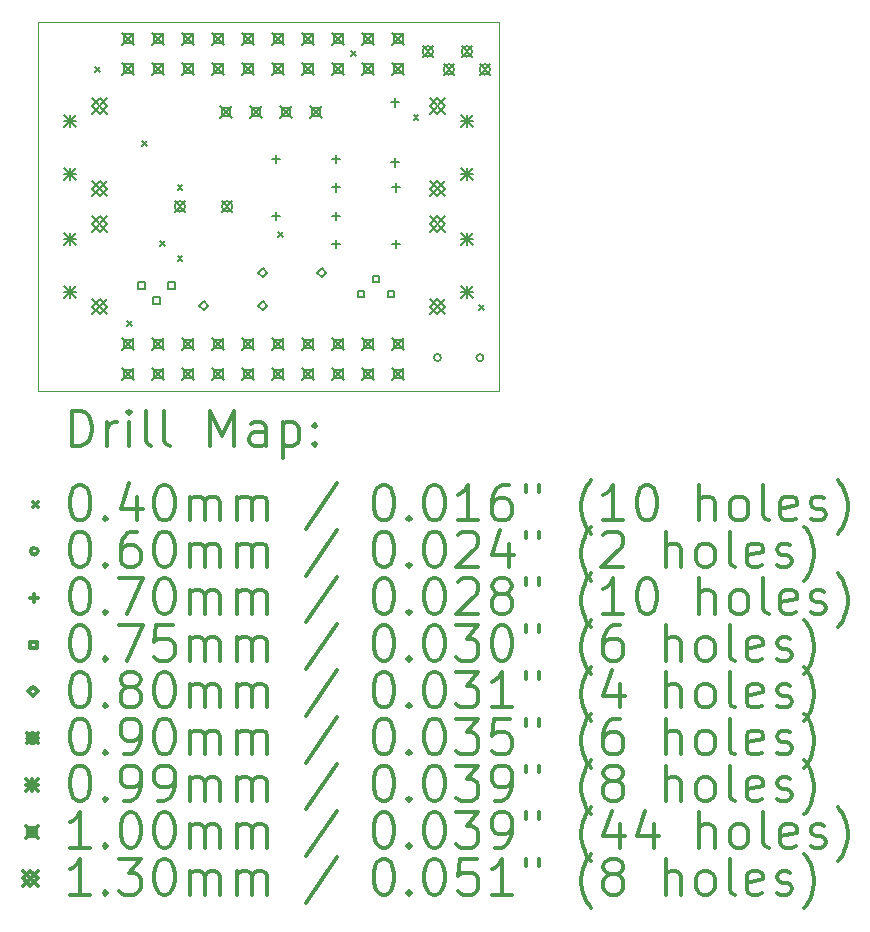
<source format=gbr>
%FSLAX45Y45*%
G04 Gerber Fmt 4.5, Leading zero omitted, Abs format (unit mm)*
G04 Created by KiCad (PCBNEW (5.1.6)-1) date 2022-03-29 00:21:54*
%MOMM*%
%LPD*%
G01*
G04 APERTURE LIST*
%TA.AperFunction,Profile*%
%ADD10C,0.050000*%
%TD*%
%ADD11C,0.200000*%
%ADD12C,0.300000*%
G04 APERTURE END LIST*
D10*
X12000000Y-11120000D02*
X12000000Y-8000000D01*
X15900000Y-11120000D02*
X12000000Y-11120000D01*
X15900000Y-8000000D02*
X15900000Y-11120000D01*
X12000000Y-8000000D02*
X15900000Y-8000000D01*
D11*
X12482000Y-8382000D02*
X12522000Y-8422000D01*
X12522000Y-8382000D02*
X12482000Y-8422000D01*
X12755000Y-10530000D02*
X12795000Y-10570000D01*
X12795000Y-10530000D02*
X12755000Y-10570000D01*
X12880000Y-9005000D02*
X12920000Y-9045000D01*
X12920000Y-9005000D02*
X12880000Y-9045000D01*
X13030000Y-9855000D02*
X13070000Y-9895000D01*
X13070000Y-9855000D02*
X13030000Y-9895000D01*
X13180000Y-9380000D02*
X13220000Y-9420000D01*
X13220000Y-9380000D02*
X13180000Y-9420000D01*
X13180000Y-9980000D02*
X13220000Y-10020000D01*
X13220000Y-9980000D02*
X13180000Y-10020000D01*
X14030000Y-9775000D02*
X14070000Y-9815000D01*
X14070000Y-9775000D02*
X14030000Y-9815000D01*
X14649000Y-8245000D02*
X14689000Y-8285000D01*
X14689000Y-8245000D02*
X14649000Y-8285000D01*
X15180000Y-8785000D02*
X15220000Y-8825000D01*
X15220000Y-8785000D02*
X15180000Y-8825000D01*
X15736500Y-10398500D02*
X15776500Y-10438500D01*
X15776500Y-10398500D02*
X15736500Y-10438500D01*
X15410000Y-10840000D02*
G75*
G03*
X15410000Y-10840000I-30000J0D01*
G01*
X15770000Y-10840000D02*
G75*
G03*
X15770000Y-10840000I-30000J0D01*
G01*
X14012000Y-9605000D02*
X14012000Y-9675000D01*
X13977000Y-9640000D02*
X14047000Y-9640000D01*
X14520000Y-9605000D02*
X14520000Y-9675000D01*
X14485000Y-9640000D02*
X14555000Y-9640000D01*
X14520000Y-9845000D02*
X14520000Y-9915000D01*
X14485000Y-9880000D02*
X14555000Y-9880000D01*
X15028000Y-9845000D02*
X15028000Y-9915000D01*
X14993000Y-9880000D02*
X15063000Y-9880000D01*
X14520000Y-9365000D02*
X14520000Y-9435000D01*
X14485000Y-9400000D02*
X14555000Y-9400000D01*
X15028000Y-9365000D02*
X15028000Y-9435000D01*
X14993000Y-9400000D02*
X15063000Y-9400000D01*
X14012000Y-9125000D02*
X14012000Y-9195000D01*
X13977000Y-9160000D02*
X14047000Y-9160000D01*
X14520000Y-9125000D02*
X14520000Y-9195000D01*
X14485000Y-9160000D02*
X14555000Y-9160000D01*
X15020000Y-8645000D02*
X15020000Y-8715000D01*
X14985000Y-8680000D02*
X15055000Y-8680000D01*
X15020000Y-9153000D02*
X15020000Y-9223000D01*
X14985000Y-9188000D02*
X15055000Y-9188000D01*
X12902517Y-10256517D02*
X12902517Y-10203483D01*
X12849483Y-10203483D01*
X12849483Y-10256517D01*
X12902517Y-10256517D01*
X13029517Y-10383517D02*
X13029517Y-10330483D01*
X12976483Y-10330483D01*
X12976483Y-10383517D01*
X13029517Y-10383517D01*
X13156517Y-10256517D02*
X13156517Y-10203483D01*
X13103483Y-10203483D01*
X13103483Y-10256517D01*
X13156517Y-10256517D01*
X14762517Y-10326517D02*
X14762517Y-10273483D01*
X14709483Y-10273483D01*
X14709483Y-10326517D01*
X14762517Y-10326517D01*
X14889517Y-10199517D02*
X14889517Y-10146483D01*
X14836483Y-10146483D01*
X14836483Y-10199517D01*
X14889517Y-10199517D01*
X15016517Y-10326517D02*
X15016517Y-10273483D01*
X14963483Y-10273483D01*
X14963483Y-10326517D01*
X15016517Y-10326517D01*
X13400000Y-10440000D02*
X13440000Y-10400000D01*
X13400000Y-10360000D01*
X13360000Y-10400000D01*
X13400000Y-10440000D01*
X13900000Y-10440000D02*
X13940000Y-10400000D01*
X13900000Y-10360000D01*
X13860000Y-10400000D01*
X13900000Y-10440000D01*
X13900000Y-10160000D02*
X13940000Y-10120000D01*
X13900000Y-10080000D01*
X13860000Y-10120000D01*
X13900000Y-10160000D01*
X14400000Y-10160000D02*
X14440000Y-10120000D01*
X14400000Y-10080000D01*
X14360000Y-10120000D01*
X14400000Y-10160000D01*
X15255000Y-8202600D02*
X15345000Y-8292600D01*
X15345000Y-8202600D02*
X15255000Y-8292600D01*
X15345000Y-8247600D02*
G75*
G03*
X15345000Y-8247600I-45000J0D01*
G01*
X15432800Y-8355000D02*
X15522800Y-8445000D01*
X15522800Y-8355000D02*
X15432800Y-8445000D01*
X15522800Y-8400000D02*
G75*
G03*
X15522800Y-8400000I-45000J0D01*
G01*
X15585200Y-8202600D02*
X15675200Y-8292600D01*
X15675200Y-8202600D02*
X15585200Y-8292600D01*
X15675200Y-8247600D02*
G75*
G03*
X15675200Y-8247600I-45000J0D01*
G01*
X15737600Y-8355000D02*
X15827600Y-8445000D01*
X15827600Y-8355000D02*
X15737600Y-8445000D01*
X15827600Y-8400000D02*
G75*
G03*
X15827600Y-8400000I-45000J0D01*
G01*
X13155000Y-9515000D02*
X13245000Y-9605000D01*
X13245000Y-9515000D02*
X13155000Y-9605000D01*
X13245000Y-9560000D02*
G75*
G03*
X13245000Y-9560000I-45000J0D01*
G01*
X13555000Y-9515000D02*
X13645000Y-9605000D01*
X13645000Y-9515000D02*
X13555000Y-9605000D01*
X13645000Y-9560000D02*
G75*
G03*
X13645000Y-9560000I-45000J0D01*
G01*
X12221500Y-9784500D02*
X12320500Y-9883500D01*
X12320500Y-9784500D02*
X12221500Y-9883500D01*
X12271000Y-9784500D02*
X12271000Y-9883500D01*
X12221500Y-9834000D02*
X12320500Y-9834000D01*
X12221500Y-10234500D02*
X12320500Y-10333500D01*
X12320500Y-10234500D02*
X12221500Y-10333500D01*
X12271000Y-10234500D02*
X12271000Y-10333500D01*
X12221500Y-10284000D02*
X12320500Y-10284000D01*
X12221500Y-8785500D02*
X12320500Y-8884500D01*
X12320500Y-8785500D02*
X12221500Y-8884500D01*
X12271000Y-8785500D02*
X12271000Y-8884500D01*
X12221500Y-8835000D02*
X12320500Y-8835000D01*
X12221500Y-9235500D02*
X12320500Y-9334500D01*
X12320500Y-9235500D02*
X12221500Y-9334500D01*
X12271000Y-9235500D02*
X12271000Y-9334500D01*
X12221500Y-9285000D02*
X12320500Y-9285000D01*
X15579500Y-8786500D02*
X15678500Y-8885500D01*
X15678500Y-8786500D02*
X15579500Y-8885500D01*
X15629000Y-8786500D02*
X15629000Y-8885500D01*
X15579500Y-8836000D02*
X15678500Y-8836000D01*
X15579500Y-9236500D02*
X15678500Y-9335500D01*
X15678500Y-9236500D02*
X15579500Y-9335500D01*
X15629000Y-9236500D02*
X15629000Y-9335500D01*
X15579500Y-9286000D02*
X15678500Y-9286000D01*
X15579500Y-9785500D02*
X15678500Y-9884500D01*
X15678500Y-9785500D02*
X15579500Y-9884500D01*
X15629000Y-9785500D02*
X15629000Y-9884500D01*
X15579500Y-9835000D02*
X15678500Y-9835000D01*
X15579500Y-10235500D02*
X15678500Y-10334500D01*
X15678500Y-10235500D02*
X15579500Y-10334500D01*
X15629000Y-10235500D02*
X15629000Y-10334500D01*
X15579500Y-10285000D02*
X15678500Y-10285000D01*
X12714000Y-10676000D02*
X12814000Y-10776000D01*
X12814000Y-10676000D02*
X12714000Y-10776000D01*
X12799356Y-10761356D02*
X12799356Y-10690644D01*
X12728644Y-10690644D01*
X12728644Y-10761356D01*
X12799356Y-10761356D01*
X12714000Y-10930000D02*
X12814000Y-11030000D01*
X12814000Y-10930000D02*
X12714000Y-11030000D01*
X12799356Y-11015356D02*
X12799356Y-10944644D01*
X12728644Y-10944644D01*
X12728644Y-11015356D01*
X12799356Y-11015356D01*
X12968000Y-10676000D02*
X13068000Y-10776000D01*
X13068000Y-10676000D02*
X12968000Y-10776000D01*
X13053356Y-10761356D02*
X13053356Y-10690644D01*
X12982644Y-10690644D01*
X12982644Y-10761356D01*
X13053356Y-10761356D01*
X12968000Y-10930000D02*
X13068000Y-11030000D01*
X13068000Y-10930000D02*
X12968000Y-11030000D01*
X13053356Y-11015356D02*
X13053356Y-10944644D01*
X12982644Y-10944644D01*
X12982644Y-11015356D01*
X13053356Y-11015356D01*
X13222000Y-10676000D02*
X13322000Y-10776000D01*
X13322000Y-10676000D02*
X13222000Y-10776000D01*
X13307356Y-10761356D02*
X13307356Y-10690644D01*
X13236644Y-10690644D01*
X13236644Y-10761356D01*
X13307356Y-10761356D01*
X13222000Y-10930000D02*
X13322000Y-11030000D01*
X13322000Y-10930000D02*
X13222000Y-11030000D01*
X13307356Y-11015356D02*
X13307356Y-10944644D01*
X13236644Y-10944644D01*
X13236644Y-11015356D01*
X13307356Y-11015356D01*
X13476000Y-10676000D02*
X13576000Y-10776000D01*
X13576000Y-10676000D02*
X13476000Y-10776000D01*
X13561356Y-10761356D02*
X13561356Y-10690644D01*
X13490644Y-10690644D01*
X13490644Y-10761356D01*
X13561356Y-10761356D01*
X13476000Y-10930000D02*
X13576000Y-11030000D01*
X13576000Y-10930000D02*
X13476000Y-11030000D01*
X13561356Y-11015356D02*
X13561356Y-10944644D01*
X13490644Y-10944644D01*
X13490644Y-11015356D01*
X13561356Y-11015356D01*
X13730000Y-10676000D02*
X13830000Y-10776000D01*
X13830000Y-10676000D02*
X13730000Y-10776000D01*
X13815356Y-10761356D02*
X13815356Y-10690644D01*
X13744644Y-10690644D01*
X13744644Y-10761356D01*
X13815356Y-10761356D01*
X13730000Y-10930000D02*
X13830000Y-11030000D01*
X13830000Y-10930000D02*
X13730000Y-11030000D01*
X13815356Y-11015356D02*
X13815356Y-10944644D01*
X13744644Y-10944644D01*
X13744644Y-11015356D01*
X13815356Y-11015356D01*
X13984000Y-10676000D02*
X14084000Y-10776000D01*
X14084000Y-10676000D02*
X13984000Y-10776000D01*
X14069356Y-10761356D02*
X14069356Y-10690644D01*
X13998644Y-10690644D01*
X13998644Y-10761356D01*
X14069356Y-10761356D01*
X13984000Y-10930000D02*
X14084000Y-11030000D01*
X14084000Y-10930000D02*
X13984000Y-11030000D01*
X14069356Y-11015356D02*
X14069356Y-10944644D01*
X13998644Y-10944644D01*
X13998644Y-11015356D01*
X14069356Y-11015356D01*
X14238000Y-10676000D02*
X14338000Y-10776000D01*
X14338000Y-10676000D02*
X14238000Y-10776000D01*
X14323356Y-10761356D02*
X14323356Y-10690644D01*
X14252644Y-10690644D01*
X14252644Y-10761356D01*
X14323356Y-10761356D01*
X14238000Y-10930000D02*
X14338000Y-11030000D01*
X14338000Y-10930000D02*
X14238000Y-11030000D01*
X14323356Y-11015356D02*
X14323356Y-10944644D01*
X14252644Y-10944644D01*
X14252644Y-11015356D01*
X14323356Y-11015356D01*
X14492000Y-10676000D02*
X14592000Y-10776000D01*
X14592000Y-10676000D02*
X14492000Y-10776000D01*
X14577356Y-10761356D02*
X14577356Y-10690644D01*
X14506644Y-10690644D01*
X14506644Y-10761356D01*
X14577356Y-10761356D01*
X14492000Y-10930000D02*
X14592000Y-11030000D01*
X14592000Y-10930000D02*
X14492000Y-11030000D01*
X14577356Y-11015356D02*
X14577356Y-10944644D01*
X14506644Y-10944644D01*
X14506644Y-11015356D01*
X14577356Y-11015356D01*
X14746000Y-10676000D02*
X14846000Y-10776000D01*
X14846000Y-10676000D02*
X14746000Y-10776000D01*
X14831356Y-10761356D02*
X14831356Y-10690644D01*
X14760644Y-10690644D01*
X14760644Y-10761356D01*
X14831356Y-10761356D01*
X14746000Y-10930000D02*
X14846000Y-11030000D01*
X14846000Y-10930000D02*
X14746000Y-11030000D01*
X14831356Y-11015356D02*
X14831356Y-10944644D01*
X14760644Y-10944644D01*
X14760644Y-11015356D01*
X14831356Y-11015356D01*
X15000000Y-10676000D02*
X15100000Y-10776000D01*
X15100000Y-10676000D02*
X15000000Y-10776000D01*
X15085356Y-10761356D02*
X15085356Y-10690644D01*
X15014644Y-10690644D01*
X15014644Y-10761356D01*
X15085356Y-10761356D01*
X15000000Y-10930000D02*
X15100000Y-11030000D01*
X15100000Y-10930000D02*
X15000000Y-11030000D01*
X15085356Y-11015356D02*
X15085356Y-10944644D01*
X15014644Y-10944644D01*
X15014644Y-11015356D01*
X15085356Y-11015356D01*
X12714000Y-8090000D02*
X12814000Y-8190000D01*
X12814000Y-8090000D02*
X12714000Y-8190000D01*
X12799356Y-8175356D02*
X12799356Y-8104644D01*
X12728644Y-8104644D01*
X12728644Y-8175356D01*
X12799356Y-8175356D01*
X12714000Y-8344000D02*
X12814000Y-8444000D01*
X12814000Y-8344000D02*
X12714000Y-8444000D01*
X12799356Y-8429356D02*
X12799356Y-8358644D01*
X12728644Y-8358644D01*
X12728644Y-8429356D01*
X12799356Y-8429356D01*
X12968000Y-8090000D02*
X13068000Y-8190000D01*
X13068000Y-8090000D02*
X12968000Y-8190000D01*
X13053356Y-8175356D02*
X13053356Y-8104644D01*
X12982644Y-8104644D01*
X12982644Y-8175356D01*
X13053356Y-8175356D01*
X12968000Y-8344000D02*
X13068000Y-8444000D01*
X13068000Y-8344000D02*
X12968000Y-8444000D01*
X13053356Y-8429356D02*
X13053356Y-8358644D01*
X12982644Y-8358644D01*
X12982644Y-8429356D01*
X13053356Y-8429356D01*
X13222000Y-8090000D02*
X13322000Y-8190000D01*
X13322000Y-8090000D02*
X13222000Y-8190000D01*
X13307356Y-8175356D02*
X13307356Y-8104644D01*
X13236644Y-8104644D01*
X13236644Y-8175356D01*
X13307356Y-8175356D01*
X13222000Y-8344000D02*
X13322000Y-8444000D01*
X13322000Y-8344000D02*
X13222000Y-8444000D01*
X13307356Y-8429356D02*
X13307356Y-8358644D01*
X13236644Y-8358644D01*
X13236644Y-8429356D01*
X13307356Y-8429356D01*
X13476000Y-8090000D02*
X13576000Y-8190000D01*
X13576000Y-8090000D02*
X13476000Y-8190000D01*
X13561356Y-8175356D02*
X13561356Y-8104644D01*
X13490644Y-8104644D01*
X13490644Y-8175356D01*
X13561356Y-8175356D01*
X13476000Y-8344000D02*
X13576000Y-8444000D01*
X13576000Y-8344000D02*
X13476000Y-8444000D01*
X13561356Y-8429356D02*
X13561356Y-8358644D01*
X13490644Y-8358644D01*
X13490644Y-8429356D01*
X13561356Y-8429356D01*
X13730000Y-8090000D02*
X13830000Y-8190000D01*
X13830000Y-8090000D02*
X13730000Y-8190000D01*
X13815356Y-8175356D02*
X13815356Y-8104644D01*
X13744644Y-8104644D01*
X13744644Y-8175356D01*
X13815356Y-8175356D01*
X13730000Y-8344000D02*
X13830000Y-8444000D01*
X13830000Y-8344000D02*
X13730000Y-8444000D01*
X13815356Y-8429356D02*
X13815356Y-8358644D01*
X13744644Y-8358644D01*
X13744644Y-8429356D01*
X13815356Y-8429356D01*
X13984000Y-8090000D02*
X14084000Y-8190000D01*
X14084000Y-8090000D02*
X13984000Y-8190000D01*
X14069356Y-8175356D02*
X14069356Y-8104644D01*
X13998644Y-8104644D01*
X13998644Y-8175356D01*
X14069356Y-8175356D01*
X13984000Y-8344000D02*
X14084000Y-8444000D01*
X14084000Y-8344000D02*
X13984000Y-8444000D01*
X14069356Y-8429356D02*
X14069356Y-8358644D01*
X13998644Y-8358644D01*
X13998644Y-8429356D01*
X14069356Y-8429356D01*
X14238000Y-8090000D02*
X14338000Y-8190000D01*
X14338000Y-8090000D02*
X14238000Y-8190000D01*
X14323356Y-8175356D02*
X14323356Y-8104644D01*
X14252644Y-8104644D01*
X14252644Y-8175356D01*
X14323356Y-8175356D01*
X14238000Y-8344000D02*
X14338000Y-8444000D01*
X14338000Y-8344000D02*
X14238000Y-8444000D01*
X14323356Y-8429356D02*
X14323356Y-8358644D01*
X14252644Y-8358644D01*
X14252644Y-8429356D01*
X14323356Y-8429356D01*
X14492000Y-8090000D02*
X14592000Y-8190000D01*
X14592000Y-8090000D02*
X14492000Y-8190000D01*
X14577356Y-8175356D02*
X14577356Y-8104644D01*
X14506644Y-8104644D01*
X14506644Y-8175356D01*
X14577356Y-8175356D01*
X14492000Y-8344000D02*
X14592000Y-8444000D01*
X14592000Y-8344000D02*
X14492000Y-8444000D01*
X14577356Y-8429356D02*
X14577356Y-8358644D01*
X14506644Y-8358644D01*
X14506644Y-8429356D01*
X14577356Y-8429356D01*
X14746000Y-8090000D02*
X14846000Y-8190000D01*
X14846000Y-8090000D02*
X14746000Y-8190000D01*
X14831356Y-8175356D02*
X14831356Y-8104644D01*
X14760644Y-8104644D01*
X14760644Y-8175356D01*
X14831356Y-8175356D01*
X14746000Y-8344000D02*
X14846000Y-8444000D01*
X14846000Y-8344000D02*
X14746000Y-8444000D01*
X14831356Y-8429356D02*
X14831356Y-8358644D01*
X14760644Y-8358644D01*
X14760644Y-8429356D01*
X14831356Y-8429356D01*
X15000000Y-8090000D02*
X15100000Y-8190000D01*
X15100000Y-8090000D02*
X15000000Y-8190000D01*
X15085356Y-8175356D02*
X15085356Y-8104644D01*
X15014644Y-8104644D01*
X15014644Y-8175356D01*
X15085356Y-8175356D01*
X15000000Y-8344000D02*
X15100000Y-8444000D01*
X15100000Y-8344000D02*
X15000000Y-8444000D01*
X15085356Y-8429356D02*
X15085356Y-8358644D01*
X15014644Y-8358644D01*
X15014644Y-8429356D01*
X15085356Y-8429356D01*
X13542000Y-8710000D02*
X13642000Y-8810000D01*
X13642000Y-8710000D02*
X13542000Y-8810000D01*
X13627356Y-8795356D02*
X13627356Y-8724644D01*
X13556644Y-8724644D01*
X13556644Y-8795356D01*
X13627356Y-8795356D01*
X13796000Y-8710000D02*
X13896000Y-8810000D01*
X13896000Y-8710000D02*
X13796000Y-8810000D01*
X13881356Y-8795356D02*
X13881356Y-8724644D01*
X13810644Y-8724644D01*
X13810644Y-8795356D01*
X13881356Y-8795356D01*
X14050000Y-8710000D02*
X14150000Y-8810000D01*
X14150000Y-8710000D02*
X14050000Y-8810000D01*
X14135356Y-8795356D02*
X14135356Y-8724644D01*
X14064644Y-8724644D01*
X14064644Y-8795356D01*
X14135356Y-8795356D01*
X14304000Y-8710000D02*
X14404000Y-8810000D01*
X14404000Y-8710000D02*
X14304000Y-8810000D01*
X14389356Y-8795356D02*
X14389356Y-8724644D01*
X14318644Y-8724644D01*
X14318644Y-8795356D01*
X14389356Y-8795356D01*
X12455000Y-9644000D02*
X12585000Y-9774000D01*
X12585000Y-9644000D02*
X12455000Y-9774000D01*
X12520000Y-9774000D02*
X12585000Y-9709000D01*
X12520000Y-9644000D01*
X12455000Y-9709000D01*
X12520000Y-9774000D01*
X12455000Y-10345000D02*
X12585000Y-10475000D01*
X12585000Y-10345000D02*
X12455000Y-10475000D01*
X12520000Y-10475000D02*
X12585000Y-10410000D01*
X12520000Y-10345000D01*
X12455000Y-10410000D01*
X12520000Y-10475000D01*
X12455000Y-8645000D02*
X12585000Y-8775000D01*
X12585000Y-8645000D02*
X12455000Y-8775000D01*
X12520000Y-8775000D02*
X12585000Y-8710000D01*
X12520000Y-8645000D01*
X12455000Y-8710000D01*
X12520000Y-8775000D01*
X12455000Y-9346000D02*
X12585000Y-9476000D01*
X12585000Y-9346000D02*
X12455000Y-9476000D01*
X12520000Y-9476000D02*
X12585000Y-9411000D01*
X12520000Y-9346000D01*
X12455000Y-9411000D01*
X12520000Y-9476000D01*
X15315000Y-8645000D02*
X15445000Y-8775000D01*
X15445000Y-8645000D02*
X15315000Y-8775000D01*
X15380000Y-8775000D02*
X15445000Y-8710000D01*
X15380000Y-8645000D01*
X15315000Y-8710000D01*
X15380000Y-8775000D01*
X15315000Y-9346000D02*
X15445000Y-9476000D01*
X15445000Y-9346000D02*
X15315000Y-9476000D01*
X15380000Y-9476000D02*
X15445000Y-9411000D01*
X15380000Y-9346000D01*
X15315000Y-9411000D01*
X15380000Y-9476000D01*
X15315000Y-9644000D02*
X15445000Y-9774000D01*
X15445000Y-9644000D02*
X15315000Y-9774000D01*
X15380000Y-9774000D02*
X15445000Y-9709000D01*
X15380000Y-9644000D01*
X15315000Y-9709000D01*
X15380000Y-9774000D01*
X15315000Y-10345000D02*
X15445000Y-10475000D01*
X15445000Y-10345000D02*
X15315000Y-10475000D01*
X15380000Y-10475000D02*
X15445000Y-10410000D01*
X15380000Y-10345000D01*
X15315000Y-10410000D01*
X15380000Y-10475000D01*
D12*
X12283928Y-11588214D02*
X12283928Y-11288214D01*
X12355357Y-11288214D01*
X12398214Y-11302500D01*
X12426786Y-11331071D01*
X12441071Y-11359643D01*
X12455357Y-11416786D01*
X12455357Y-11459643D01*
X12441071Y-11516786D01*
X12426786Y-11545357D01*
X12398214Y-11573929D01*
X12355357Y-11588214D01*
X12283928Y-11588214D01*
X12583928Y-11588214D02*
X12583928Y-11388214D01*
X12583928Y-11445357D02*
X12598214Y-11416786D01*
X12612500Y-11402500D01*
X12641071Y-11388214D01*
X12669643Y-11388214D01*
X12769643Y-11588214D02*
X12769643Y-11388214D01*
X12769643Y-11288214D02*
X12755357Y-11302500D01*
X12769643Y-11316786D01*
X12783928Y-11302500D01*
X12769643Y-11288214D01*
X12769643Y-11316786D01*
X12955357Y-11588214D02*
X12926786Y-11573929D01*
X12912500Y-11545357D01*
X12912500Y-11288214D01*
X13112500Y-11588214D02*
X13083928Y-11573929D01*
X13069643Y-11545357D01*
X13069643Y-11288214D01*
X13455357Y-11588214D02*
X13455357Y-11288214D01*
X13555357Y-11502500D01*
X13655357Y-11288214D01*
X13655357Y-11588214D01*
X13926786Y-11588214D02*
X13926786Y-11431071D01*
X13912500Y-11402500D01*
X13883928Y-11388214D01*
X13826786Y-11388214D01*
X13798214Y-11402500D01*
X13926786Y-11573929D02*
X13898214Y-11588214D01*
X13826786Y-11588214D01*
X13798214Y-11573929D01*
X13783928Y-11545357D01*
X13783928Y-11516786D01*
X13798214Y-11488214D01*
X13826786Y-11473929D01*
X13898214Y-11473929D01*
X13926786Y-11459643D01*
X14069643Y-11388214D02*
X14069643Y-11688214D01*
X14069643Y-11402500D02*
X14098214Y-11388214D01*
X14155357Y-11388214D01*
X14183928Y-11402500D01*
X14198214Y-11416786D01*
X14212500Y-11445357D01*
X14212500Y-11531071D01*
X14198214Y-11559643D01*
X14183928Y-11573929D01*
X14155357Y-11588214D01*
X14098214Y-11588214D01*
X14069643Y-11573929D01*
X14341071Y-11559643D02*
X14355357Y-11573929D01*
X14341071Y-11588214D01*
X14326786Y-11573929D01*
X14341071Y-11559643D01*
X14341071Y-11588214D01*
X14341071Y-11402500D02*
X14355357Y-11416786D01*
X14341071Y-11431071D01*
X14326786Y-11416786D01*
X14341071Y-11402500D01*
X14341071Y-11431071D01*
X11957500Y-12062500D02*
X11997500Y-12102500D01*
X11997500Y-12062500D02*
X11957500Y-12102500D01*
X12341071Y-11918214D02*
X12369643Y-11918214D01*
X12398214Y-11932500D01*
X12412500Y-11946786D01*
X12426786Y-11975357D01*
X12441071Y-12032500D01*
X12441071Y-12103929D01*
X12426786Y-12161071D01*
X12412500Y-12189643D01*
X12398214Y-12203929D01*
X12369643Y-12218214D01*
X12341071Y-12218214D01*
X12312500Y-12203929D01*
X12298214Y-12189643D01*
X12283928Y-12161071D01*
X12269643Y-12103929D01*
X12269643Y-12032500D01*
X12283928Y-11975357D01*
X12298214Y-11946786D01*
X12312500Y-11932500D01*
X12341071Y-11918214D01*
X12569643Y-12189643D02*
X12583928Y-12203929D01*
X12569643Y-12218214D01*
X12555357Y-12203929D01*
X12569643Y-12189643D01*
X12569643Y-12218214D01*
X12841071Y-12018214D02*
X12841071Y-12218214D01*
X12769643Y-11903929D02*
X12698214Y-12118214D01*
X12883928Y-12118214D01*
X13055357Y-11918214D02*
X13083928Y-11918214D01*
X13112500Y-11932500D01*
X13126786Y-11946786D01*
X13141071Y-11975357D01*
X13155357Y-12032500D01*
X13155357Y-12103929D01*
X13141071Y-12161071D01*
X13126786Y-12189643D01*
X13112500Y-12203929D01*
X13083928Y-12218214D01*
X13055357Y-12218214D01*
X13026786Y-12203929D01*
X13012500Y-12189643D01*
X12998214Y-12161071D01*
X12983928Y-12103929D01*
X12983928Y-12032500D01*
X12998214Y-11975357D01*
X13012500Y-11946786D01*
X13026786Y-11932500D01*
X13055357Y-11918214D01*
X13283928Y-12218214D02*
X13283928Y-12018214D01*
X13283928Y-12046786D02*
X13298214Y-12032500D01*
X13326786Y-12018214D01*
X13369643Y-12018214D01*
X13398214Y-12032500D01*
X13412500Y-12061071D01*
X13412500Y-12218214D01*
X13412500Y-12061071D02*
X13426786Y-12032500D01*
X13455357Y-12018214D01*
X13498214Y-12018214D01*
X13526786Y-12032500D01*
X13541071Y-12061071D01*
X13541071Y-12218214D01*
X13683928Y-12218214D02*
X13683928Y-12018214D01*
X13683928Y-12046786D02*
X13698214Y-12032500D01*
X13726786Y-12018214D01*
X13769643Y-12018214D01*
X13798214Y-12032500D01*
X13812500Y-12061071D01*
X13812500Y-12218214D01*
X13812500Y-12061071D02*
X13826786Y-12032500D01*
X13855357Y-12018214D01*
X13898214Y-12018214D01*
X13926786Y-12032500D01*
X13941071Y-12061071D01*
X13941071Y-12218214D01*
X14526786Y-11903929D02*
X14269643Y-12289643D01*
X14912500Y-11918214D02*
X14941071Y-11918214D01*
X14969643Y-11932500D01*
X14983928Y-11946786D01*
X14998214Y-11975357D01*
X15012500Y-12032500D01*
X15012500Y-12103929D01*
X14998214Y-12161071D01*
X14983928Y-12189643D01*
X14969643Y-12203929D01*
X14941071Y-12218214D01*
X14912500Y-12218214D01*
X14883928Y-12203929D01*
X14869643Y-12189643D01*
X14855357Y-12161071D01*
X14841071Y-12103929D01*
X14841071Y-12032500D01*
X14855357Y-11975357D01*
X14869643Y-11946786D01*
X14883928Y-11932500D01*
X14912500Y-11918214D01*
X15141071Y-12189643D02*
X15155357Y-12203929D01*
X15141071Y-12218214D01*
X15126786Y-12203929D01*
X15141071Y-12189643D01*
X15141071Y-12218214D01*
X15341071Y-11918214D02*
X15369643Y-11918214D01*
X15398214Y-11932500D01*
X15412500Y-11946786D01*
X15426786Y-11975357D01*
X15441071Y-12032500D01*
X15441071Y-12103929D01*
X15426786Y-12161071D01*
X15412500Y-12189643D01*
X15398214Y-12203929D01*
X15369643Y-12218214D01*
X15341071Y-12218214D01*
X15312500Y-12203929D01*
X15298214Y-12189643D01*
X15283928Y-12161071D01*
X15269643Y-12103929D01*
X15269643Y-12032500D01*
X15283928Y-11975357D01*
X15298214Y-11946786D01*
X15312500Y-11932500D01*
X15341071Y-11918214D01*
X15726786Y-12218214D02*
X15555357Y-12218214D01*
X15641071Y-12218214D02*
X15641071Y-11918214D01*
X15612500Y-11961071D01*
X15583928Y-11989643D01*
X15555357Y-12003929D01*
X15983928Y-11918214D02*
X15926786Y-11918214D01*
X15898214Y-11932500D01*
X15883928Y-11946786D01*
X15855357Y-11989643D01*
X15841071Y-12046786D01*
X15841071Y-12161071D01*
X15855357Y-12189643D01*
X15869643Y-12203929D01*
X15898214Y-12218214D01*
X15955357Y-12218214D01*
X15983928Y-12203929D01*
X15998214Y-12189643D01*
X16012500Y-12161071D01*
X16012500Y-12089643D01*
X15998214Y-12061071D01*
X15983928Y-12046786D01*
X15955357Y-12032500D01*
X15898214Y-12032500D01*
X15869643Y-12046786D01*
X15855357Y-12061071D01*
X15841071Y-12089643D01*
X16126786Y-11918214D02*
X16126786Y-11975357D01*
X16241071Y-11918214D02*
X16241071Y-11975357D01*
X16683928Y-12332500D02*
X16669643Y-12318214D01*
X16641071Y-12275357D01*
X16626786Y-12246786D01*
X16612500Y-12203929D01*
X16598214Y-12132500D01*
X16598214Y-12075357D01*
X16612500Y-12003929D01*
X16626786Y-11961071D01*
X16641071Y-11932500D01*
X16669643Y-11889643D01*
X16683928Y-11875357D01*
X16955357Y-12218214D02*
X16783928Y-12218214D01*
X16869643Y-12218214D02*
X16869643Y-11918214D01*
X16841071Y-11961071D01*
X16812500Y-11989643D01*
X16783928Y-12003929D01*
X17141071Y-11918214D02*
X17169643Y-11918214D01*
X17198214Y-11932500D01*
X17212500Y-11946786D01*
X17226786Y-11975357D01*
X17241071Y-12032500D01*
X17241071Y-12103929D01*
X17226786Y-12161071D01*
X17212500Y-12189643D01*
X17198214Y-12203929D01*
X17169643Y-12218214D01*
X17141071Y-12218214D01*
X17112500Y-12203929D01*
X17098214Y-12189643D01*
X17083928Y-12161071D01*
X17069643Y-12103929D01*
X17069643Y-12032500D01*
X17083928Y-11975357D01*
X17098214Y-11946786D01*
X17112500Y-11932500D01*
X17141071Y-11918214D01*
X17598214Y-12218214D02*
X17598214Y-11918214D01*
X17726786Y-12218214D02*
X17726786Y-12061071D01*
X17712500Y-12032500D01*
X17683928Y-12018214D01*
X17641071Y-12018214D01*
X17612500Y-12032500D01*
X17598214Y-12046786D01*
X17912500Y-12218214D02*
X17883928Y-12203929D01*
X17869643Y-12189643D01*
X17855357Y-12161071D01*
X17855357Y-12075357D01*
X17869643Y-12046786D01*
X17883928Y-12032500D01*
X17912500Y-12018214D01*
X17955357Y-12018214D01*
X17983928Y-12032500D01*
X17998214Y-12046786D01*
X18012500Y-12075357D01*
X18012500Y-12161071D01*
X17998214Y-12189643D01*
X17983928Y-12203929D01*
X17955357Y-12218214D01*
X17912500Y-12218214D01*
X18183928Y-12218214D02*
X18155357Y-12203929D01*
X18141071Y-12175357D01*
X18141071Y-11918214D01*
X18412500Y-12203929D02*
X18383928Y-12218214D01*
X18326786Y-12218214D01*
X18298214Y-12203929D01*
X18283928Y-12175357D01*
X18283928Y-12061071D01*
X18298214Y-12032500D01*
X18326786Y-12018214D01*
X18383928Y-12018214D01*
X18412500Y-12032500D01*
X18426786Y-12061071D01*
X18426786Y-12089643D01*
X18283928Y-12118214D01*
X18541071Y-12203929D02*
X18569643Y-12218214D01*
X18626786Y-12218214D01*
X18655357Y-12203929D01*
X18669643Y-12175357D01*
X18669643Y-12161071D01*
X18655357Y-12132500D01*
X18626786Y-12118214D01*
X18583928Y-12118214D01*
X18555357Y-12103929D01*
X18541071Y-12075357D01*
X18541071Y-12061071D01*
X18555357Y-12032500D01*
X18583928Y-12018214D01*
X18626786Y-12018214D01*
X18655357Y-12032500D01*
X18769643Y-12332500D02*
X18783928Y-12318214D01*
X18812500Y-12275357D01*
X18826786Y-12246786D01*
X18841071Y-12203929D01*
X18855357Y-12132500D01*
X18855357Y-12075357D01*
X18841071Y-12003929D01*
X18826786Y-11961071D01*
X18812500Y-11932500D01*
X18783928Y-11889643D01*
X18769643Y-11875357D01*
X11997500Y-12478500D02*
G75*
G03*
X11997500Y-12478500I-30000J0D01*
G01*
X12341071Y-12314214D02*
X12369643Y-12314214D01*
X12398214Y-12328500D01*
X12412500Y-12342786D01*
X12426786Y-12371357D01*
X12441071Y-12428500D01*
X12441071Y-12499929D01*
X12426786Y-12557071D01*
X12412500Y-12585643D01*
X12398214Y-12599929D01*
X12369643Y-12614214D01*
X12341071Y-12614214D01*
X12312500Y-12599929D01*
X12298214Y-12585643D01*
X12283928Y-12557071D01*
X12269643Y-12499929D01*
X12269643Y-12428500D01*
X12283928Y-12371357D01*
X12298214Y-12342786D01*
X12312500Y-12328500D01*
X12341071Y-12314214D01*
X12569643Y-12585643D02*
X12583928Y-12599929D01*
X12569643Y-12614214D01*
X12555357Y-12599929D01*
X12569643Y-12585643D01*
X12569643Y-12614214D01*
X12841071Y-12314214D02*
X12783928Y-12314214D01*
X12755357Y-12328500D01*
X12741071Y-12342786D01*
X12712500Y-12385643D01*
X12698214Y-12442786D01*
X12698214Y-12557071D01*
X12712500Y-12585643D01*
X12726786Y-12599929D01*
X12755357Y-12614214D01*
X12812500Y-12614214D01*
X12841071Y-12599929D01*
X12855357Y-12585643D01*
X12869643Y-12557071D01*
X12869643Y-12485643D01*
X12855357Y-12457071D01*
X12841071Y-12442786D01*
X12812500Y-12428500D01*
X12755357Y-12428500D01*
X12726786Y-12442786D01*
X12712500Y-12457071D01*
X12698214Y-12485643D01*
X13055357Y-12314214D02*
X13083928Y-12314214D01*
X13112500Y-12328500D01*
X13126786Y-12342786D01*
X13141071Y-12371357D01*
X13155357Y-12428500D01*
X13155357Y-12499929D01*
X13141071Y-12557071D01*
X13126786Y-12585643D01*
X13112500Y-12599929D01*
X13083928Y-12614214D01*
X13055357Y-12614214D01*
X13026786Y-12599929D01*
X13012500Y-12585643D01*
X12998214Y-12557071D01*
X12983928Y-12499929D01*
X12983928Y-12428500D01*
X12998214Y-12371357D01*
X13012500Y-12342786D01*
X13026786Y-12328500D01*
X13055357Y-12314214D01*
X13283928Y-12614214D02*
X13283928Y-12414214D01*
X13283928Y-12442786D02*
X13298214Y-12428500D01*
X13326786Y-12414214D01*
X13369643Y-12414214D01*
X13398214Y-12428500D01*
X13412500Y-12457071D01*
X13412500Y-12614214D01*
X13412500Y-12457071D02*
X13426786Y-12428500D01*
X13455357Y-12414214D01*
X13498214Y-12414214D01*
X13526786Y-12428500D01*
X13541071Y-12457071D01*
X13541071Y-12614214D01*
X13683928Y-12614214D02*
X13683928Y-12414214D01*
X13683928Y-12442786D02*
X13698214Y-12428500D01*
X13726786Y-12414214D01*
X13769643Y-12414214D01*
X13798214Y-12428500D01*
X13812500Y-12457071D01*
X13812500Y-12614214D01*
X13812500Y-12457071D02*
X13826786Y-12428500D01*
X13855357Y-12414214D01*
X13898214Y-12414214D01*
X13926786Y-12428500D01*
X13941071Y-12457071D01*
X13941071Y-12614214D01*
X14526786Y-12299929D02*
X14269643Y-12685643D01*
X14912500Y-12314214D02*
X14941071Y-12314214D01*
X14969643Y-12328500D01*
X14983928Y-12342786D01*
X14998214Y-12371357D01*
X15012500Y-12428500D01*
X15012500Y-12499929D01*
X14998214Y-12557071D01*
X14983928Y-12585643D01*
X14969643Y-12599929D01*
X14941071Y-12614214D01*
X14912500Y-12614214D01*
X14883928Y-12599929D01*
X14869643Y-12585643D01*
X14855357Y-12557071D01*
X14841071Y-12499929D01*
X14841071Y-12428500D01*
X14855357Y-12371357D01*
X14869643Y-12342786D01*
X14883928Y-12328500D01*
X14912500Y-12314214D01*
X15141071Y-12585643D02*
X15155357Y-12599929D01*
X15141071Y-12614214D01*
X15126786Y-12599929D01*
X15141071Y-12585643D01*
X15141071Y-12614214D01*
X15341071Y-12314214D02*
X15369643Y-12314214D01*
X15398214Y-12328500D01*
X15412500Y-12342786D01*
X15426786Y-12371357D01*
X15441071Y-12428500D01*
X15441071Y-12499929D01*
X15426786Y-12557071D01*
X15412500Y-12585643D01*
X15398214Y-12599929D01*
X15369643Y-12614214D01*
X15341071Y-12614214D01*
X15312500Y-12599929D01*
X15298214Y-12585643D01*
X15283928Y-12557071D01*
X15269643Y-12499929D01*
X15269643Y-12428500D01*
X15283928Y-12371357D01*
X15298214Y-12342786D01*
X15312500Y-12328500D01*
X15341071Y-12314214D01*
X15555357Y-12342786D02*
X15569643Y-12328500D01*
X15598214Y-12314214D01*
X15669643Y-12314214D01*
X15698214Y-12328500D01*
X15712500Y-12342786D01*
X15726786Y-12371357D01*
X15726786Y-12399929D01*
X15712500Y-12442786D01*
X15541071Y-12614214D01*
X15726786Y-12614214D01*
X15983928Y-12414214D02*
X15983928Y-12614214D01*
X15912500Y-12299929D02*
X15841071Y-12514214D01*
X16026786Y-12514214D01*
X16126786Y-12314214D02*
X16126786Y-12371357D01*
X16241071Y-12314214D02*
X16241071Y-12371357D01*
X16683928Y-12728500D02*
X16669643Y-12714214D01*
X16641071Y-12671357D01*
X16626786Y-12642786D01*
X16612500Y-12599929D01*
X16598214Y-12528500D01*
X16598214Y-12471357D01*
X16612500Y-12399929D01*
X16626786Y-12357071D01*
X16641071Y-12328500D01*
X16669643Y-12285643D01*
X16683928Y-12271357D01*
X16783928Y-12342786D02*
X16798214Y-12328500D01*
X16826786Y-12314214D01*
X16898214Y-12314214D01*
X16926786Y-12328500D01*
X16941071Y-12342786D01*
X16955357Y-12371357D01*
X16955357Y-12399929D01*
X16941071Y-12442786D01*
X16769643Y-12614214D01*
X16955357Y-12614214D01*
X17312500Y-12614214D02*
X17312500Y-12314214D01*
X17441071Y-12614214D02*
X17441071Y-12457071D01*
X17426786Y-12428500D01*
X17398214Y-12414214D01*
X17355357Y-12414214D01*
X17326786Y-12428500D01*
X17312500Y-12442786D01*
X17626786Y-12614214D02*
X17598214Y-12599929D01*
X17583928Y-12585643D01*
X17569643Y-12557071D01*
X17569643Y-12471357D01*
X17583928Y-12442786D01*
X17598214Y-12428500D01*
X17626786Y-12414214D01*
X17669643Y-12414214D01*
X17698214Y-12428500D01*
X17712500Y-12442786D01*
X17726786Y-12471357D01*
X17726786Y-12557071D01*
X17712500Y-12585643D01*
X17698214Y-12599929D01*
X17669643Y-12614214D01*
X17626786Y-12614214D01*
X17898214Y-12614214D02*
X17869643Y-12599929D01*
X17855357Y-12571357D01*
X17855357Y-12314214D01*
X18126786Y-12599929D02*
X18098214Y-12614214D01*
X18041071Y-12614214D01*
X18012500Y-12599929D01*
X17998214Y-12571357D01*
X17998214Y-12457071D01*
X18012500Y-12428500D01*
X18041071Y-12414214D01*
X18098214Y-12414214D01*
X18126786Y-12428500D01*
X18141071Y-12457071D01*
X18141071Y-12485643D01*
X17998214Y-12514214D01*
X18255357Y-12599929D02*
X18283928Y-12614214D01*
X18341071Y-12614214D01*
X18369643Y-12599929D01*
X18383928Y-12571357D01*
X18383928Y-12557071D01*
X18369643Y-12528500D01*
X18341071Y-12514214D01*
X18298214Y-12514214D01*
X18269643Y-12499929D01*
X18255357Y-12471357D01*
X18255357Y-12457071D01*
X18269643Y-12428500D01*
X18298214Y-12414214D01*
X18341071Y-12414214D01*
X18369643Y-12428500D01*
X18483928Y-12728500D02*
X18498214Y-12714214D01*
X18526786Y-12671357D01*
X18541071Y-12642786D01*
X18555357Y-12599929D01*
X18569643Y-12528500D01*
X18569643Y-12471357D01*
X18555357Y-12399929D01*
X18541071Y-12357071D01*
X18526786Y-12328500D01*
X18498214Y-12285643D01*
X18483928Y-12271357D01*
X11962500Y-12839500D02*
X11962500Y-12909500D01*
X11927500Y-12874500D02*
X11997500Y-12874500D01*
X12341071Y-12710214D02*
X12369643Y-12710214D01*
X12398214Y-12724500D01*
X12412500Y-12738786D01*
X12426786Y-12767357D01*
X12441071Y-12824500D01*
X12441071Y-12895929D01*
X12426786Y-12953071D01*
X12412500Y-12981643D01*
X12398214Y-12995929D01*
X12369643Y-13010214D01*
X12341071Y-13010214D01*
X12312500Y-12995929D01*
X12298214Y-12981643D01*
X12283928Y-12953071D01*
X12269643Y-12895929D01*
X12269643Y-12824500D01*
X12283928Y-12767357D01*
X12298214Y-12738786D01*
X12312500Y-12724500D01*
X12341071Y-12710214D01*
X12569643Y-12981643D02*
X12583928Y-12995929D01*
X12569643Y-13010214D01*
X12555357Y-12995929D01*
X12569643Y-12981643D01*
X12569643Y-13010214D01*
X12683928Y-12710214D02*
X12883928Y-12710214D01*
X12755357Y-13010214D01*
X13055357Y-12710214D02*
X13083928Y-12710214D01*
X13112500Y-12724500D01*
X13126786Y-12738786D01*
X13141071Y-12767357D01*
X13155357Y-12824500D01*
X13155357Y-12895929D01*
X13141071Y-12953071D01*
X13126786Y-12981643D01*
X13112500Y-12995929D01*
X13083928Y-13010214D01*
X13055357Y-13010214D01*
X13026786Y-12995929D01*
X13012500Y-12981643D01*
X12998214Y-12953071D01*
X12983928Y-12895929D01*
X12983928Y-12824500D01*
X12998214Y-12767357D01*
X13012500Y-12738786D01*
X13026786Y-12724500D01*
X13055357Y-12710214D01*
X13283928Y-13010214D02*
X13283928Y-12810214D01*
X13283928Y-12838786D02*
X13298214Y-12824500D01*
X13326786Y-12810214D01*
X13369643Y-12810214D01*
X13398214Y-12824500D01*
X13412500Y-12853071D01*
X13412500Y-13010214D01*
X13412500Y-12853071D02*
X13426786Y-12824500D01*
X13455357Y-12810214D01*
X13498214Y-12810214D01*
X13526786Y-12824500D01*
X13541071Y-12853071D01*
X13541071Y-13010214D01*
X13683928Y-13010214D02*
X13683928Y-12810214D01*
X13683928Y-12838786D02*
X13698214Y-12824500D01*
X13726786Y-12810214D01*
X13769643Y-12810214D01*
X13798214Y-12824500D01*
X13812500Y-12853071D01*
X13812500Y-13010214D01*
X13812500Y-12853071D02*
X13826786Y-12824500D01*
X13855357Y-12810214D01*
X13898214Y-12810214D01*
X13926786Y-12824500D01*
X13941071Y-12853071D01*
X13941071Y-13010214D01*
X14526786Y-12695929D02*
X14269643Y-13081643D01*
X14912500Y-12710214D02*
X14941071Y-12710214D01*
X14969643Y-12724500D01*
X14983928Y-12738786D01*
X14998214Y-12767357D01*
X15012500Y-12824500D01*
X15012500Y-12895929D01*
X14998214Y-12953071D01*
X14983928Y-12981643D01*
X14969643Y-12995929D01*
X14941071Y-13010214D01*
X14912500Y-13010214D01*
X14883928Y-12995929D01*
X14869643Y-12981643D01*
X14855357Y-12953071D01*
X14841071Y-12895929D01*
X14841071Y-12824500D01*
X14855357Y-12767357D01*
X14869643Y-12738786D01*
X14883928Y-12724500D01*
X14912500Y-12710214D01*
X15141071Y-12981643D02*
X15155357Y-12995929D01*
X15141071Y-13010214D01*
X15126786Y-12995929D01*
X15141071Y-12981643D01*
X15141071Y-13010214D01*
X15341071Y-12710214D02*
X15369643Y-12710214D01*
X15398214Y-12724500D01*
X15412500Y-12738786D01*
X15426786Y-12767357D01*
X15441071Y-12824500D01*
X15441071Y-12895929D01*
X15426786Y-12953071D01*
X15412500Y-12981643D01*
X15398214Y-12995929D01*
X15369643Y-13010214D01*
X15341071Y-13010214D01*
X15312500Y-12995929D01*
X15298214Y-12981643D01*
X15283928Y-12953071D01*
X15269643Y-12895929D01*
X15269643Y-12824500D01*
X15283928Y-12767357D01*
X15298214Y-12738786D01*
X15312500Y-12724500D01*
X15341071Y-12710214D01*
X15555357Y-12738786D02*
X15569643Y-12724500D01*
X15598214Y-12710214D01*
X15669643Y-12710214D01*
X15698214Y-12724500D01*
X15712500Y-12738786D01*
X15726786Y-12767357D01*
X15726786Y-12795929D01*
X15712500Y-12838786D01*
X15541071Y-13010214D01*
X15726786Y-13010214D01*
X15898214Y-12838786D02*
X15869643Y-12824500D01*
X15855357Y-12810214D01*
X15841071Y-12781643D01*
X15841071Y-12767357D01*
X15855357Y-12738786D01*
X15869643Y-12724500D01*
X15898214Y-12710214D01*
X15955357Y-12710214D01*
X15983928Y-12724500D01*
X15998214Y-12738786D01*
X16012500Y-12767357D01*
X16012500Y-12781643D01*
X15998214Y-12810214D01*
X15983928Y-12824500D01*
X15955357Y-12838786D01*
X15898214Y-12838786D01*
X15869643Y-12853071D01*
X15855357Y-12867357D01*
X15841071Y-12895929D01*
X15841071Y-12953071D01*
X15855357Y-12981643D01*
X15869643Y-12995929D01*
X15898214Y-13010214D01*
X15955357Y-13010214D01*
X15983928Y-12995929D01*
X15998214Y-12981643D01*
X16012500Y-12953071D01*
X16012500Y-12895929D01*
X15998214Y-12867357D01*
X15983928Y-12853071D01*
X15955357Y-12838786D01*
X16126786Y-12710214D02*
X16126786Y-12767357D01*
X16241071Y-12710214D02*
X16241071Y-12767357D01*
X16683928Y-13124500D02*
X16669643Y-13110214D01*
X16641071Y-13067357D01*
X16626786Y-13038786D01*
X16612500Y-12995929D01*
X16598214Y-12924500D01*
X16598214Y-12867357D01*
X16612500Y-12795929D01*
X16626786Y-12753071D01*
X16641071Y-12724500D01*
X16669643Y-12681643D01*
X16683928Y-12667357D01*
X16955357Y-13010214D02*
X16783928Y-13010214D01*
X16869643Y-13010214D02*
X16869643Y-12710214D01*
X16841071Y-12753071D01*
X16812500Y-12781643D01*
X16783928Y-12795929D01*
X17141071Y-12710214D02*
X17169643Y-12710214D01*
X17198214Y-12724500D01*
X17212500Y-12738786D01*
X17226786Y-12767357D01*
X17241071Y-12824500D01*
X17241071Y-12895929D01*
X17226786Y-12953071D01*
X17212500Y-12981643D01*
X17198214Y-12995929D01*
X17169643Y-13010214D01*
X17141071Y-13010214D01*
X17112500Y-12995929D01*
X17098214Y-12981643D01*
X17083928Y-12953071D01*
X17069643Y-12895929D01*
X17069643Y-12824500D01*
X17083928Y-12767357D01*
X17098214Y-12738786D01*
X17112500Y-12724500D01*
X17141071Y-12710214D01*
X17598214Y-13010214D02*
X17598214Y-12710214D01*
X17726786Y-13010214D02*
X17726786Y-12853071D01*
X17712500Y-12824500D01*
X17683928Y-12810214D01*
X17641071Y-12810214D01*
X17612500Y-12824500D01*
X17598214Y-12838786D01*
X17912500Y-13010214D02*
X17883928Y-12995929D01*
X17869643Y-12981643D01*
X17855357Y-12953071D01*
X17855357Y-12867357D01*
X17869643Y-12838786D01*
X17883928Y-12824500D01*
X17912500Y-12810214D01*
X17955357Y-12810214D01*
X17983928Y-12824500D01*
X17998214Y-12838786D01*
X18012500Y-12867357D01*
X18012500Y-12953071D01*
X17998214Y-12981643D01*
X17983928Y-12995929D01*
X17955357Y-13010214D01*
X17912500Y-13010214D01*
X18183928Y-13010214D02*
X18155357Y-12995929D01*
X18141071Y-12967357D01*
X18141071Y-12710214D01*
X18412500Y-12995929D02*
X18383928Y-13010214D01*
X18326786Y-13010214D01*
X18298214Y-12995929D01*
X18283928Y-12967357D01*
X18283928Y-12853071D01*
X18298214Y-12824500D01*
X18326786Y-12810214D01*
X18383928Y-12810214D01*
X18412500Y-12824500D01*
X18426786Y-12853071D01*
X18426786Y-12881643D01*
X18283928Y-12910214D01*
X18541071Y-12995929D02*
X18569643Y-13010214D01*
X18626786Y-13010214D01*
X18655357Y-12995929D01*
X18669643Y-12967357D01*
X18669643Y-12953071D01*
X18655357Y-12924500D01*
X18626786Y-12910214D01*
X18583928Y-12910214D01*
X18555357Y-12895929D01*
X18541071Y-12867357D01*
X18541071Y-12853071D01*
X18555357Y-12824500D01*
X18583928Y-12810214D01*
X18626786Y-12810214D01*
X18655357Y-12824500D01*
X18769643Y-13124500D02*
X18783928Y-13110214D01*
X18812500Y-13067357D01*
X18826786Y-13038786D01*
X18841071Y-12995929D01*
X18855357Y-12924500D01*
X18855357Y-12867357D01*
X18841071Y-12795929D01*
X18826786Y-12753071D01*
X18812500Y-12724500D01*
X18783928Y-12681643D01*
X18769643Y-12667357D01*
X11986517Y-13297017D02*
X11986517Y-13243983D01*
X11933483Y-13243983D01*
X11933483Y-13297017D01*
X11986517Y-13297017D01*
X12341071Y-13106214D02*
X12369643Y-13106214D01*
X12398214Y-13120500D01*
X12412500Y-13134786D01*
X12426786Y-13163357D01*
X12441071Y-13220500D01*
X12441071Y-13291929D01*
X12426786Y-13349071D01*
X12412500Y-13377643D01*
X12398214Y-13391929D01*
X12369643Y-13406214D01*
X12341071Y-13406214D01*
X12312500Y-13391929D01*
X12298214Y-13377643D01*
X12283928Y-13349071D01*
X12269643Y-13291929D01*
X12269643Y-13220500D01*
X12283928Y-13163357D01*
X12298214Y-13134786D01*
X12312500Y-13120500D01*
X12341071Y-13106214D01*
X12569643Y-13377643D02*
X12583928Y-13391929D01*
X12569643Y-13406214D01*
X12555357Y-13391929D01*
X12569643Y-13377643D01*
X12569643Y-13406214D01*
X12683928Y-13106214D02*
X12883928Y-13106214D01*
X12755357Y-13406214D01*
X13141071Y-13106214D02*
X12998214Y-13106214D01*
X12983928Y-13249071D01*
X12998214Y-13234786D01*
X13026786Y-13220500D01*
X13098214Y-13220500D01*
X13126786Y-13234786D01*
X13141071Y-13249071D01*
X13155357Y-13277643D01*
X13155357Y-13349071D01*
X13141071Y-13377643D01*
X13126786Y-13391929D01*
X13098214Y-13406214D01*
X13026786Y-13406214D01*
X12998214Y-13391929D01*
X12983928Y-13377643D01*
X13283928Y-13406214D02*
X13283928Y-13206214D01*
X13283928Y-13234786D02*
X13298214Y-13220500D01*
X13326786Y-13206214D01*
X13369643Y-13206214D01*
X13398214Y-13220500D01*
X13412500Y-13249071D01*
X13412500Y-13406214D01*
X13412500Y-13249071D02*
X13426786Y-13220500D01*
X13455357Y-13206214D01*
X13498214Y-13206214D01*
X13526786Y-13220500D01*
X13541071Y-13249071D01*
X13541071Y-13406214D01*
X13683928Y-13406214D02*
X13683928Y-13206214D01*
X13683928Y-13234786D02*
X13698214Y-13220500D01*
X13726786Y-13206214D01*
X13769643Y-13206214D01*
X13798214Y-13220500D01*
X13812500Y-13249071D01*
X13812500Y-13406214D01*
X13812500Y-13249071D02*
X13826786Y-13220500D01*
X13855357Y-13206214D01*
X13898214Y-13206214D01*
X13926786Y-13220500D01*
X13941071Y-13249071D01*
X13941071Y-13406214D01*
X14526786Y-13091929D02*
X14269643Y-13477643D01*
X14912500Y-13106214D02*
X14941071Y-13106214D01*
X14969643Y-13120500D01*
X14983928Y-13134786D01*
X14998214Y-13163357D01*
X15012500Y-13220500D01*
X15012500Y-13291929D01*
X14998214Y-13349071D01*
X14983928Y-13377643D01*
X14969643Y-13391929D01*
X14941071Y-13406214D01*
X14912500Y-13406214D01*
X14883928Y-13391929D01*
X14869643Y-13377643D01*
X14855357Y-13349071D01*
X14841071Y-13291929D01*
X14841071Y-13220500D01*
X14855357Y-13163357D01*
X14869643Y-13134786D01*
X14883928Y-13120500D01*
X14912500Y-13106214D01*
X15141071Y-13377643D02*
X15155357Y-13391929D01*
X15141071Y-13406214D01*
X15126786Y-13391929D01*
X15141071Y-13377643D01*
X15141071Y-13406214D01*
X15341071Y-13106214D02*
X15369643Y-13106214D01*
X15398214Y-13120500D01*
X15412500Y-13134786D01*
X15426786Y-13163357D01*
X15441071Y-13220500D01*
X15441071Y-13291929D01*
X15426786Y-13349071D01*
X15412500Y-13377643D01*
X15398214Y-13391929D01*
X15369643Y-13406214D01*
X15341071Y-13406214D01*
X15312500Y-13391929D01*
X15298214Y-13377643D01*
X15283928Y-13349071D01*
X15269643Y-13291929D01*
X15269643Y-13220500D01*
X15283928Y-13163357D01*
X15298214Y-13134786D01*
X15312500Y-13120500D01*
X15341071Y-13106214D01*
X15541071Y-13106214D02*
X15726786Y-13106214D01*
X15626786Y-13220500D01*
X15669643Y-13220500D01*
X15698214Y-13234786D01*
X15712500Y-13249071D01*
X15726786Y-13277643D01*
X15726786Y-13349071D01*
X15712500Y-13377643D01*
X15698214Y-13391929D01*
X15669643Y-13406214D01*
X15583928Y-13406214D01*
X15555357Y-13391929D01*
X15541071Y-13377643D01*
X15912500Y-13106214D02*
X15941071Y-13106214D01*
X15969643Y-13120500D01*
X15983928Y-13134786D01*
X15998214Y-13163357D01*
X16012500Y-13220500D01*
X16012500Y-13291929D01*
X15998214Y-13349071D01*
X15983928Y-13377643D01*
X15969643Y-13391929D01*
X15941071Y-13406214D01*
X15912500Y-13406214D01*
X15883928Y-13391929D01*
X15869643Y-13377643D01*
X15855357Y-13349071D01*
X15841071Y-13291929D01*
X15841071Y-13220500D01*
X15855357Y-13163357D01*
X15869643Y-13134786D01*
X15883928Y-13120500D01*
X15912500Y-13106214D01*
X16126786Y-13106214D02*
X16126786Y-13163357D01*
X16241071Y-13106214D02*
X16241071Y-13163357D01*
X16683928Y-13520500D02*
X16669643Y-13506214D01*
X16641071Y-13463357D01*
X16626786Y-13434786D01*
X16612500Y-13391929D01*
X16598214Y-13320500D01*
X16598214Y-13263357D01*
X16612500Y-13191929D01*
X16626786Y-13149071D01*
X16641071Y-13120500D01*
X16669643Y-13077643D01*
X16683928Y-13063357D01*
X16926786Y-13106214D02*
X16869643Y-13106214D01*
X16841071Y-13120500D01*
X16826786Y-13134786D01*
X16798214Y-13177643D01*
X16783928Y-13234786D01*
X16783928Y-13349071D01*
X16798214Y-13377643D01*
X16812500Y-13391929D01*
X16841071Y-13406214D01*
X16898214Y-13406214D01*
X16926786Y-13391929D01*
X16941071Y-13377643D01*
X16955357Y-13349071D01*
X16955357Y-13277643D01*
X16941071Y-13249071D01*
X16926786Y-13234786D01*
X16898214Y-13220500D01*
X16841071Y-13220500D01*
X16812500Y-13234786D01*
X16798214Y-13249071D01*
X16783928Y-13277643D01*
X17312500Y-13406214D02*
X17312500Y-13106214D01*
X17441071Y-13406214D02*
X17441071Y-13249071D01*
X17426786Y-13220500D01*
X17398214Y-13206214D01*
X17355357Y-13206214D01*
X17326786Y-13220500D01*
X17312500Y-13234786D01*
X17626786Y-13406214D02*
X17598214Y-13391929D01*
X17583928Y-13377643D01*
X17569643Y-13349071D01*
X17569643Y-13263357D01*
X17583928Y-13234786D01*
X17598214Y-13220500D01*
X17626786Y-13206214D01*
X17669643Y-13206214D01*
X17698214Y-13220500D01*
X17712500Y-13234786D01*
X17726786Y-13263357D01*
X17726786Y-13349071D01*
X17712500Y-13377643D01*
X17698214Y-13391929D01*
X17669643Y-13406214D01*
X17626786Y-13406214D01*
X17898214Y-13406214D02*
X17869643Y-13391929D01*
X17855357Y-13363357D01*
X17855357Y-13106214D01*
X18126786Y-13391929D02*
X18098214Y-13406214D01*
X18041071Y-13406214D01*
X18012500Y-13391929D01*
X17998214Y-13363357D01*
X17998214Y-13249071D01*
X18012500Y-13220500D01*
X18041071Y-13206214D01*
X18098214Y-13206214D01*
X18126786Y-13220500D01*
X18141071Y-13249071D01*
X18141071Y-13277643D01*
X17998214Y-13306214D01*
X18255357Y-13391929D02*
X18283928Y-13406214D01*
X18341071Y-13406214D01*
X18369643Y-13391929D01*
X18383928Y-13363357D01*
X18383928Y-13349071D01*
X18369643Y-13320500D01*
X18341071Y-13306214D01*
X18298214Y-13306214D01*
X18269643Y-13291929D01*
X18255357Y-13263357D01*
X18255357Y-13249071D01*
X18269643Y-13220500D01*
X18298214Y-13206214D01*
X18341071Y-13206214D01*
X18369643Y-13220500D01*
X18483928Y-13520500D02*
X18498214Y-13506214D01*
X18526786Y-13463357D01*
X18541071Y-13434786D01*
X18555357Y-13391929D01*
X18569643Y-13320500D01*
X18569643Y-13263357D01*
X18555357Y-13191929D01*
X18541071Y-13149071D01*
X18526786Y-13120500D01*
X18498214Y-13077643D01*
X18483928Y-13063357D01*
X11957500Y-13706500D02*
X11997500Y-13666500D01*
X11957500Y-13626500D01*
X11917500Y-13666500D01*
X11957500Y-13706500D01*
X12341071Y-13502214D02*
X12369643Y-13502214D01*
X12398214Y-13516500D01*
X12412500Y-13530786D01*
X12426786Y-13559357D01*
X12441071Y-13616500D01*
X12441071Y-13687929D01*
X12426786Y-13745071D01*
X12412500Y-13773643D01*
X12398214Y-13787929D01*
X12369643Y-13802214D01*
X12341071Y-13802214D01*
X12312500Y-13787929D01*
X12298214Y-13773643D01*
X12283928Y-13745071D01*
X12269643Y-13687929D01*
X12269643Y-13616500D01*
X12283928Y-13559357D01*
X12298214Y-13530786D01*
X12312500Y-13516500D01*
X12341071Y-13502214D01*
X12569643Y-13773643D02*
X12583928Y-13787929D01*
X12569643Y-13802214D01*
X12555357Y-13787929D01*
X12569643Y-13773643D01*
X12569643Y-13802214D01*
X12755357Y-13630786D02*
X12726786Y-13616500D01*
X12712500Y-13602214D01*
X12698214Y-13573643D01*
X12698214Y-13559357D01*
X12712500Y-13530786D01*
X12726786Y-13516500D01*
X12755357Y-13502214D01*
X12812500Y-13502214D01*
X12841071Y-13516500D01*
X12855357Y-13530786D01*
X12869643Y-13559357D01*
X12869643Y-13573643D01*
X12855357Y-13602214D01*
X12841071Y-13616500D01*
X12812500Y-13630786D01*
X12755357Y-13630786D01*
X12726786Y-13645071D01*
X12712500Y-13659357D01*
X12698214Y-13687929D01*
X12698214Y-13745071D01*
X12712500Y-13773643D01*
X12726786Y-13787929D01*
X12755357Y-13802214D01*
X12812500Y-13802214D01*
X12841071Y-13787929D01*
X12855357Y-13773643D01*
X12869643Y-13745071D01*
X12869643Y-13687929D01*
X12855357Y-13659357D01*
X12841071Y-13645071D01*
X12812500Y-13630786D01*
X13055357Y-13502214D02*
X13083928Y-13502214D01*
X13112500Y-13516500D01*
X13126786Y-13530786D01*
X13141071Y-13559357D01*
X13155357Y-13616500D01*
X13155357Y-13687929D01*
X13141071Y-13745071D01*
X13126786Y-13773643D01*
X13112500Y-13787929D01*
X13083928Y-13802214D01*
X13055357Y-13802214D01*
X13026786Y-13787929D01*
X13012500Y-13773643D01*
X12998214Y-13745071D01*
X12983928Y-13687929D01*
X12983928Y-13616500D01*
X12998214Y-13559357D01*
X13012500Y-13530786D01*
X13026786Y-13516500D01*
X13055357Y-13502214D01*
X13283928Y-13802214D02*
X13283928Y-13602214D01*
X13283928Y-13630786D02*
X13298214Y-13616500D01*
X13326786Y-13602214D01*
X13369643Y-13602214D01*
X13398214Y-13616500D01*
X13412500Y-13645071D01*
X13412500Y-13802214D01*
X13412500Y-13645071D02*
X13426786Y-13616500D01*
X13455357Y-13602214D01*
X13498214Y-13602214D01*
X13526786Y-13616500D01*
X13541071Y-13645071D01*
X13541071Y-13802214D01*
X13683928Y-13802214D02*
X13683928Y-13602214D01*
X13683928Y-13630786D02*
X13698214Y-13616500D01*
X13726786Y-13602214D01*
X13769643Y-13602214D01*
X13798214Y-13616500D01*
X13812500Y-13645071D01*
X13812500Y-13802214D01*
X13812500Y-13645071D02*
X13826786Y-13616500D01*
X13855357Y-13602214D01*
X13898214Y-13602214D01*
X13926786Y-13616500D01*
X13941071Y-13645071D01*
X13941071Y-13802214D01*
X14526786Y-13487929D02*
X14269643Y-13873643D01*
X14912500Y-13502214D02*
X14941071Y-13502214D01*
X14969643Y-13516500D01*
X14983928Y-13530786D01*
X14998214Y-13559357D01*
X15012500Y-13616500D01*
X15012500Y-13687929D01*
X14998214Y-13745071D01*
X14983928Y-13773643D01*
X14969643Y-13787929D01*
X14941071Y-13802214D01*
X14912500Y-13802214D01*
X14883928Y-13787929D01*
X14869643Y-13773643D01*
X14855357Y-13745071D01*
X14841071Y-13687929D01*
X14841071Y-13616500D01*
X14855357Y-13559357D01*
X14869643Y-13530786D01*
X14883928Y-13516500D01*
X14912500Y-13502214D01*
X15141071Y-13773643D02*
X15155357Y-13787929D01*
X15141071Y-13802214D01*
X15126786Y-13787929D01*
X15141071Y-13773643D01*
X15141071Y-13802214D01*
X15341071Y-13502214D02*
X15369643Y-13502214D01*
X15398214Y-13516500D01*
X15412500Y-13530786D01*
X15426786Y-13559357D01*
X15441071Y-13616500D01*
X15441071Y-13687929D01*
X15426786Y-13745071D01*
X15412500Y-13773643D01*
X15398214Y-13787929D01*
X15369643Y-13802214D01*
X15341071Y-13802214D01*
X15312500Y-13787929D01*
X15298214Y-13773643D01*
X15283928Y-13745071D01*
X15269643Y-13687929D01*
X15269643Y-13616500D01*
X15283928Y-13559357D01*
X15298214Y-13530786D01*
X15312500Y-13516500D01*
X15341071Y-13502214D01*
X15541071Y-13502214D02*
X15726786Y-13502214D01*
X15626786Y-13616500D01*
X15669643Y-13616500D01*
X15698214Y-13630786D01*
X15712500Y-13645071D01*
X15726786Y-13673643D01*
X15726786Y-13745071D01*
X15712500Y-13773643D01*
X15698214Y-13787929D01*
X15669643Y-13802214D01*
X15583928Y-13802214D01*
X15555357Y-13787929D01*
X15541071Y-13773643D01*
X16012500Y-13802214D02*
X15841071Y-13802214D01*
X15926786Y-13802214D02*
X15926786Y-13502214D01*
X15898214Y-13545071D01*
X15869643Y-13573643D01*
X15841071Y-13587929D01*
X16126786Y-13502214D02*
X16126786Y-13559357D01*
X16241071Y-13502214D02*
X16241071Y-13559357D01*
X16683928Y-13916500D02*
X16669643Y-13902214D01*
X16641071Y-13859357D01*
X16626786Y-13830786D01*
X16612500Y-13787929D01*
X16598214Y-13716500D01*
X16598214Y-13659357D01*
X16612500Y-13587929D01*
X16626786Y-13545071D01*
X16641071Y-13516500D01*
X16669643Y-13473643D01*
X16683928Y-13459357D01*
X16926786Y-13602214D02*
X16926786Y-13802214D01*
X16855357Y-13487929D02*
X16783928Y-13702214D01*
X16969643Y-13702214D01*
X17312500Y-13802214D02*
X17312500Y-13502214D01*
X17441071Y-13802214D02*
X17441071Y-13645071D01*
X17426786Y-13616500D01*
X17398214Y-13602214D01*
X17355357Y-13602214D01*
X17326786Y-13616500D01*
X17312500Y-13630786D01*
X17626786Y-13802214D02*
X17598214Y-13787929D01*
X17583928Y-13773643D01*
X17569643Y-13745071D01*
X17569643Y-13659357D01*
X17583928Y-13630786D01*
X17598214Y-13616500D01*
X17626786Y-13602214D01*
X17669643Y-13602214D01*
X17698214Y-13616500D01*
X17712500Y-13630786D01*
X17726786Y-13659357D01*
X17726786Y-13745071D01*
X17712500Y-13773643D01*
X17698214Y-13787929D01*
X17669643Y-13802214D01*
X17626786Y-13802214D01*
X17898214Y-13802214D02*
X17869643Y-13787929D01*
X17855357Y-13759357D01*
X17855357Y-13502214D01*
X18126786Y-13787929D02*
X18098214Y-13802214D01*
X18041071Y-13802214D01*
X18012500Y-13787929D01*
X17998214Y-13759357D01*
X17998214Y-13645071D01*
X18012500Y-13616500D01*
X18041071Y-13602214D01*
X18098214Y-13602214D01*
X18126786Y-13616500D01*
X18141071Y-13645071D01*
X18141071Y-13673643D01*
X17998214Y-13702214D01*
X18255357Y-13787929D02*
X18283928Y-13802214D01*
X18341071Y-13802214D01*
X18369643Y-13787929D01*
X18383928Y-13759357D01*
X18383928Y-13745071D01*
X18369643Y-13716500D01*
X18341071Y-13702214D01*
X18298214Y-13702214D01*
X18269643Y-13687929D01*
X18255357Y-13659357D01*
X18255357Y-13645071D01*
X18269643Y-13616500D01*
X18298214Y-13602214D01*
X18341071Y-13602214D01*
X18369643Y-13616500D01*
X18483928Y-13916500D02*
X18498214Y-13902214D01*
X18526786Y-13859357D01*
X18541071Y-13830786D01*
X18555357Y-13787929D01*
X18569643Y-13716500D01*
X18569643Y-13659357D01*
X18555357Y-13587929D01*
X18541071Y-13545071D01*
X18526786Y-13516500D01*
X18498214Y-13473643D01*
X18483928Y-13459357D01*
X11907500Y-14017500D02*
X11997500Y-14107500D01*
X11997500Y-14017500D02*
X11907500Y-14107500D01*
X11997500Y-14062500D02*
G75*
G03*
X11997500Y-14062500I-45000J0D01*
G01*
X12341071Y-13898214D02*
X12369643Y-13898214D01*
X12398214Y-13912500D01*
X12412500Y-13926786D01*
X12426786Y-13955357D01*
X12441071Y-14012500D01*
X12441071Y-14083929D01*
X12426786Y-14141071D01*
X12412500Y-14169643D01*
X12398214Y-14183929D01*
X12369643Y-14198214D01*
X12341071Y-14198214D01*
X12312500Y-14183929D01*
X12298214Y-14169643D01*
X12283928Y-14141071D01*
X12269643Y-14083929D01*
X12269643Y-14012500D01*
X12283928Y-13955357D01*
X12298214Y-13926786D01*
X12312500Y-13912500D01*
X12341071Y-13898214D01*
X12569643Y-14169643D02*
X12583928Y-14183929D01*
X12569643Y-14198214D01*
X12555357Y-14183929D01*
X12569643Y-14169643D01*
X12569643Y-14198214D01*
X12726786Y-14198214D02*
X12783928Y-14198214D01*
X12812500Y-14183929D01*
X12826786Y-14169643D01*
X12855357Y-14126786D01*
X12869643Y-14069643D01*
X12869643Y-13955357D01*
X12855357Y-13926786D01*
X12841071Y-13912500D01*
X12812500Y-13898214D01*
X12755357Y-13898214D01*
X12726786Y-13912500D01*
X12712500Y-13926786D01*
X12698214Y-13955357D01*
X12698214Y-14026786D01*
X12712500Y-14055357D01*
X12726786Y-14069643D01*
X12755357Y-14083929D01*
X12812500Y-14083929D01*
X12841071Y-14069643D01*
X12855357Y-14055357D01*
X12869643Y-14026786D01*
X13055357Y-13898214D02*
X13083928Y-13898214D01*
X13112500Y-13912500D01*
X13126786Y-13926786D01*
X13141071Y-13955357D01*
X13155357Y-14012500D01*
X13155357Y-14083929D01*
X13141071Y-14141071D01*
X13126786Y-14169643D01*
X13112500Y-14183929D01*
X13083928Y-14198214D01*
X13055357Y-14198214D01*
X13026786Y-14183929D01*
X13012500Y-14169643D01*
X12998214Y-14141071D01*
X12983928Y-14083929D01*
X12983928Y-14012500D01*
X12998214Y-13955357D01*
X13012500Y-13926786D01*
X13026786Y-13912500D01*
X13055357Y-13898214D01*
X13283928Y-14198214D02*
X13283928Y-13998214D01*
X13283928Y-14026786D02*
X13298214Y-14012500D01*
X13326786Y-13998214D01*
X13369643Y-13998214D01*
X13398214Y-14012500D01*
X13412500Y-14041071D01*
X13412500Y-14198214D01*
X13412500Y-14041071D02*
X13426786Y-14012500D01*
X13455357Y-13998214D01*
X13498214Y-13998214D01*
X13526786Y-14012500D01*
X13541071Y-14041071D01*
X13541071Y-14198214D01*
X13683928Y-14198214D02*
X13683928Y-13998214D01*
X13683928Y-14026786D02*
X13698214Y-14012500D01*
X13726786Y-13998214D01*
X13769643Y-13998214D01*
X13798214Y-14012500D01*
X13812500Y-14041071D01*
X13812500Y-14198214D01*
X13812500Y-14041071D02*
X13826786Y-14012500D01*
X13855357Y-13998214D01*
X13898214Y-13998214D01*
X13926786Y-14012500D01*
X13941071Y-14041071D01*
X13941071Y-14198214D01*
X14526786Y-13883929D02*
X14269643Y-14269643D01*
X14912500Y-13898214D02*
X14941071Y-13898214D01*
X14969643Y-13912500D01*
X14983928Y-13926786D01*
X14998214Y-13955357D01*
X15012500Y-14012500D01*
X15012500Y-14083929D01*
X14998214Y-14141071D01*
X14983928Y-14169643D01*
X14969643Y-14183929D01*
X14941071Y-14198214D01*
X14912500Y-14198214D01*
X14883928Y-14183929D01*
X14869643Y-14169643D01*
X14855357Y-14141071D01*
X14841071Y-14083929D01*
X14841071Y-14012500D01*
X14855357Y-13955357D01*
X14869643Y-13926786D01*
X14883928Y-13912500D01*
X14912500Y-13898214D01*
X15141071Y-14169643D02*
X15155357Y-14183929D01*
X15141071Y-14198214D01*
X15126786Y-14183929D01*
X15141071Y-14169643D01*
X15141071Y-14198214D01*
X15341071Y-13898214D02*
X15369643Y-13898214D01*
X15398214Y-13912500D01*
X15412500Y-13926786D01*
X15426786Y-13955357D01*
X15441071Y-14012500D01*
X15441071Y-14083929D01*
X15426786Y-14141071D01*
X15412500Y-14169643D01*
X15398214Y-14183929D01*
X15369643Y-14198214D01*
X15341071Y-14198214D01*
X15312500Y-14183929D01*
X15298214Y-14169643D01*
X15283928Y-14141071D01*
X15269643Y-14083929D01*
X15269643Y-14012500D01*
X15283928Y-13955357D01*
X15298214Y-13926786D01*
X15312500Y-13912500D01*
X15341071Y-13898214D01*
X15541071Y-13898214D02*
X15726786Y-13898214D01*
X15626786Y-14012500D01*
X15669643Y-14012500D01*
X15698214Y-14026786D01*
X15712500Y-14041071D01*
X15726786Y-14069643D01*
X15726786Y-14141071D01*
X15712500Y-14169643D01*
X15698214Y-14183929D01*
X15669643Y-14198214D01*
X15583928Y-14198214D01*
X15555357Y-14183929D01*
X15541071Y-14169643D01*
X15998214Y-13898214D02*
X15855357Y-13898214D01*
X15841071Y-14041071D01*
X15855357Y-14026786D01*
X15883928Y-14012500D01*
X15955357Y-14012500D01*
X15983928Y-14026786D01*
X15998214Y-14041071D01*
X16012500Y-14069643D01*
X16012500Y-14141071D01*
X15998214Y-14169643D01*
X15983928Y-14183929D01*
X15955357Y-14198214D01*
X15883928Y-14198214D01*
X15855357Y-14183929D01*
X15841071Y-14169643D01*
X16126786Y-13898214D02*
X16126786Y-13955357D01*
X16241071Y-13898214D02*
X16241071Y-13955357D01*
X16683928Y-14312500D02*
X16669643Y-14298214D01*
X16641071Y-14255357D01*
X16626786Y-14226786D01*
X16612500Y-14183929D01*
X16598214Y-14112500D01*
X16598214Y-14055357D01*
X16612500Y-13983929D01*
X16626786Y-13941071D01*
X16641071Y-13912500D01*
X16669643Y-13869643D01*
X16683928Y-13855357D01*
X16926786Y-13898214D02*
X16869643Y-13898214D01*
X16841071Y-13912500D01*
X16826786Y-13926786D01*
X16798214Y-13969643D01*
X16783928Y-14026786D01*
X16783928Y-14141071D01*
X16798214Y-14169643D01*
X16812500Y-14183929D01*
X16841071Y-14198214D01*
X16898214Y-14198214D01*
X16926786Y-14183929D01*
X16941071Y-14169643D01*
X16955357Y-14141071D01*
X16955357Y-14069643D01*
X16941071Y-14041071D01*
X16926786Y-14026786D01*
X16898214Y-14012500D01*
X16841071Y-14012500D01*
X16812500Y-14026786D01*
X16798214Y-14041071D01*
X16783928Y-14069643D01*
X17312500Y-14198214D02*
X17312500Y-13898214D01*
X17441071Y-14198214D02*
X17441071Y-14041071D01*
X17426786Y-14012500D01*
X17398214Y-13998214D01*
X17355357Y-13998214D01*
X17326786Y-14012500D01*
X17312500Y-14026786D01*
X17626786Y-14198214D02*
X17598214Y-14183929D01*
X17583928Y-14169643D01*
X17569643Y-14141071D01*
X17569643Y-14055357D01*
X17583928Y-14026786D01*
X17598214Y-14012500D01*
X17626786Y-13998214D01*
X17669643Y-13998214D01*
X17698214Y-14012500D01*
X17712500Y-14026786D01*
X17726786Y-14055357D01*
X17726786Y-14141071D01*
X17712500Y-14169643D01*
X17698214Y-14183929D01*
X17669643Y-14198214D01*
X17626786Y-14198214D01*
X17898214Y-14198214D02*
X17869643Y-14183929D01*
X17855357Y-14155357D01*
X17855357Y-13898214D01*
X18126786Y-14183929D02*
X18098214Y-14198214D01*
X18041071Y-14198214D01*
X18012500Y-14183929D01*
X17998214Y-14155357D01*
X17998214Y-14041071D01*
X18012500Y-14012500D01*
X18041071Y-13998214D01*
X18098214Y-13998214D01*
X18126786Y-14012500D01*
X18141071Y-14041071D01*
X18141071Y-14069643D01*
X17998214Y-14098214D01*
X18255357Y-14183929D02*
X18283928Y-14198214D01*
X18341071Y-14198214D01*
X18369643Y-14183929D01*
X18383928Y-14155357D01*
X18383928Y-14141071D01*
X18369643Y-14112500D01*
X18341071Y-14098214D01*
X18298214Y-14098214D01*
X18269643Y-14083929D01*
X18255357Y-14055357D01*
X18255357Y-14041071D01*
X18269643Y-14012500D01*
X18298214Y-13998214D01*
X18341071Y-13998214D01*
X18369643Y-14012500D01*
X18483928Y-14312500D02*
X18498214Y-14298214D01*
X18526786Y-14255357D01*
X18541071Y-14226786D01*
X18555357Y-14183929D01*
X18569643Y-14112500D01*
X18569643Y-14055357D01*
X18555357Y-13983929D01*
X18541071Y-13941071D01*
X18526786Y-13912500D01*
X18498214Y-13869643D01*
X18483928Y-13855357D01*
X11898500Y-14409000D02*
X11997500Y-14508000D01*
X11997500Y-14409000D02*
X11898500Y-14508000D01*
X11948000Y-14409000D02*
X11948000Y-14508000D01*
X11898500Y-14458500D02*
X11997500Y-14458500D01*
X12341071Y-14294214D02*
X12369643Y-14294214D01*
X12398214Y-14308500D01*
X12412500Y-14322786D01*
X12426786Y-14351357D01*
X12441071Y-14408500D01*
X12441071Y-14479929D01*
X12426786Y-14537071D01*
X12412500Y-14565643D01*
X12398214Y-14579929D01*
X12369643Y-14594214D01*
X12341071Y-14594214D01*
X12312500Y-14579929D01*
X12298214Y-14565643D01*
X12283928Y-14537071D01*
X12269643Y-14479929D01*
X12269643Y-14408500D01*
X12283928Y-14351357D01*
X12298214Y-14322786D01*
X12312500Y-14308500D01*
X12341071Y-14294214D01*
X12569643Y-14565643D02*
X12583928Y-14579929D01*
X12569643Y-14594214D01*
X12555357Y-14579929D01*
X12569643Y-14565643D01*
X12569643Y-14594214D01*
X12726786Y-14594214D02*
X12783928Y-14594214D01*
X12812500Y-14579929D01*
X12826786Y-14565643D01*
X12855357Y-14522786D01*
X12869643Y-14465643D01*
X12869643Y-14351357D01*
X12855357Y-14322786D01*
X12841071Y-14308500D01*
X12812500Y-14294214D01*
X12755357Y-14294214D01*
X12726786Y-14308500D01*
X12712500Y-14322786D01*
X12698214Y-14351357D01*
X12698214Y-14422786D01*
X12712500Y-14451357D01*
X12726786Y-14465643D01*
X12755357Y-14479929D01*
X12812500Y-14479929D01*
X12841071Y-14465643D01*
X12855357Y-14451357D01*
X12869643Y-14422786D01*
X13012500Y-14594214D02*
X13069643Y-14594214D01*
X13098214Y-14579929D01*
X13112500Y-14565643D01*
X13141071Y-14522786D01*
X13155357Y-14465643D01*
X13155357Y-14351357D01*
X13141071Y-14322786D01*
X13126786Y-14308500D01*
X13098214Y-14294214D01*
X13041071Y-14294214D01*
X13012500Y-14308500D01*
X12998214Y-14322786D01*
X12983928Y-14351357D01*
X12983928Y-14422786D01*
X12998214Y-14451357D01*
X13012500Y-14465643D01*
X13041071Y-14479929D01*
X13098214Y-14479929D01*
X13126786Y-14465643D01*
X13141071Y-14451357D01*
X13155357Y-14422786D01*
X13283928Y-14594214D02*
X13283928Y-14394214D01*
X13283928Y-14422786D02*
X13298214Y-14408500D01*
X13326786Y-14394214D01*
X13369643Y-14394214D01*
X13398214Y-14408500D01*
X13412500Y-14437071D01*
X13412500Y-14594214D01*
X13412500Y-14437071D02*
X13426786Y-14408500D01*
X13455357Y-14394214D01*
X13498214Y-14394214D01*
X13526786Y-14408500D01*
X13541071Y-14437071D01*
X13541071Y-14594214D01*
X13683928Y-14594214D02*
X13683928Y-14394214D01*
X13683928Y-14422786D02*
X13698214Y-14408500D01*
X13726786Y-14394214D01*
X13769643Y-14394214D01*
X13798214Y-14408500D01*
X13812500Y-14437071D01*
X13812500Y-14594214D01*
X13812500Y-14437071D02*
X13826786Y-14408500D01*
X13855357Y-14394214D01*
X13898214Y-14394214D01*
X13926786Y-14408500D01*
X13941071Y-14437071D01*
X13941071Y-14594214D01*
X14526786Y-14279929D02*
X14269643Y-14665643D01*
X14912500Y-14294214D02*
X14941071Y-14294214D01*
X14969643Y-14308500D01*
X14983928Y-14322786D01*
X14998214Y-14351357D01*
X15012500Y-14408500D01*
X15012500Y-14479929D01*
X14998214Y-14537071D01*
X14983928Y-14565643D01*
X14969643Y-14579929D01*
X14941071Y-14594214D01*
X14912500Y-14594214D01*
X14883928Y-14579929D01*
X14869643Y-14565643D01*
X14855357Y-14537071D01*
X14841071Y-14479929D01*
X14841071Y-14408500D01*
X14855357Y-14351357D01*
X14869643Y-14322786D01*
X14883928Y-14308500D01*
X14912500Y-14294214D01*
X15141071Y-14565643D02*
X15155357Y-14579929D01*
X15141071Y-14594214D01*
X15126786Y-14579929D01*
X15141071Y-14565643D01*
X15141071Y-14594214D01*
X15341071Y-14294214D02*
X15369643Y-14294214D01*
X15398214Y-14308500D01*
X15412500Y-14322786D01*
X15426786Y-14351357D01*
X15441071Y-14408500D01*
X15441071Y-14479929D01*
X15426786Y-14537071D01*
X15412500Y-14565643D01*
X15398214Y-14579929D01*
X15369643Y-14594214D01*
X15341071Y-14594214D01*
X15312500Y-14579929D01*
X15298214Y-14565643D01*
X15283928Y-14537071D01*
X15269643Y-14479929D01*
X15269643Y-14408500D01*
X15283928Y-14351357D01*
X15298214Y-14322786D01*
X15312500Y-14308500D01*
X15341071Y-14294214D01*
X15541071Y-14294214D02*
X15726786Y-14294214D01*
X15626786Y-14408500D01*
X15669643Y-14408500D01*
X15698214Y-14422786D01*
X15712500Y-14437071D01*
X15726786Y-14465643D01*
X15726786Y-14537071D01*
X15712500Y-14565643D01*
X15698214Y-14579929D01*
X15669643Y-14594214D01*
X15583928Y-14594214D01*
X15555357Y-14579929D01*
X15541071Y-14565643D01*
X15869643Y-14594214D02*
X15926786Y-14594214D01*
X15955357Y-14579929D01*
X15969643Y-14565643D01*
X15998214Y-14522786D01*
X16012500Y-14465643D01*
X16012500Y-14351357D01*
X15998214Y-14322786D01*
X15983928Y-14308500D01*
X15955357Y-14294214D01*
X15898214Y-14294214D01*
X15869643Y-14308500D01*
X15855357Y-14322786D01*
X15841071Y-14351357D01*
X15841071Y-14422786D01*
X15855357Y-14451357D01*
X15869643Y-14465643D01*
X15898214Y-14479929D01*
X15955357Y-14479929D01*
X15983928Y-14465643D01*
X15998214Y-14451357D01*
X16012500Y-14422786D01*
X16126786Y-14294214D02*
X16126786Y-14351357D01*
X16241071Y-14294214D02*
X16241071Y-14351357D01*
X16683928Y-14708500D02*
X16669643Y-14694214D01*
X16641071Y-14651357D01*
X16626786Y-14622786D01*
X16612500Y-14579929D01*
X16598214Y-14508500D01*
X16598214Y-14451357D01*
X16612500Y-14379929D01*
X16626786Y-14337071D01*
X16641071Y-14308500D01*
X16669643Y-14265643D01*
X16683928Y-14251357D01*
X16841071Y-14422786D02*
X16812500Y-14408500D01*
X16798214Y-14394214D01*
X16783928Y-14365643D01*
X16783928Y-14351357D01*
X16798214Y-14322786D01*
X16812500Y-14308500D01*
X16841071Y-14294214D01*
X16898214Y-14294214D01*
X16926786Y-14308500D01*
X16941071Y-14322786D01*
X16955357Y-14351357D01*
X16955357Y-14365643D01*
X16941071Y-14394214D01*
X16926786Y-14408500D01*
X16898214Y-14422786D01*
X16841071Y-14422786D01*
X16812500Y-14437071D01*
X16798214Y-14451357D01*
X16783928Y-14479929D01*
X16783928Y-14537071D01*
X16798214Y-14565643D01*
X16812500Y-14579929D01*
X16841071Y-14594214D01*
X16898214Y-14594214D01*
X16926786Y-14579929D01*
X16941071Y-14565643D01*
X16955357Y-14537071D01*
X16955357Y-14479929D01*
X16941071Y-14451357D01*
X16926786Y-14437071D01*
X16898214Y-14422786D01*
X17312500Y-14594214D02*
X17312500Y-14294214D01*
X17441071Y-14594214D02*
X17441071Y-14437071D01*
X17426786Y-14408500D01*
X17398214Y-14394214D01*
X17355357Y-14394214D01*
X17326786Y-14408500D01*
X17312500Y-14422786D01*
X17626786Y-14594214D02*
X17598214Y-14579929D01*
X17583928Y-14565643D01*
X17569643Y-14537071D01*
X17569643Y-14451357D01*
X17583928Y-14422786D01*
X17598214Y-14408500D01*
X17626786Y-14394214D01*
X17669643Y-14394214D01*
X17698214Y-14408500D01*
X17712500Y-14422786D01*
X17726786Y-14451357D01*
X17726786Y-14537071D01*
X17712500Y-14565643D01*
X17698214Y-14579929D01*
X17669643Y-14594214D01*
X17626786Y-14594214D01*
X17898214Y-14594214D02*
X17869643Y-14579929D01*
X17855357Y-14551357D01*
X17855357Y-14294214D01*
X18126786Y-14579929D02*
X18098214Y-14594214D01*
X18041071Y-14594214D01*
X18012500Y-14579929D01*
X17998214Y-14551357D01*
X17998214Y-14437071D01*
X18012500Y-14408500D01*
X18041071Y-14394214D01*
X18098214Y-14394214D01*
X18126786Y-14408500D01*
X18141071Y-14437071D01*
X18141071Y-14465643D01*
X17998214Y-14494214D01*
X18255357Y-14579929D02*
X18283928Y-14594214D01*
X18341071Y-14594214D01*
X18369643Y-14579929D01*
X18383928Y-14551357D01*
X18383928Y-14537071D01*
X18369643Y-14508500D01*
X18341071Y-14494214D01*
X18298214Y-14494214D01*
X18269643Y-14479929D01*
X18255357Y-14451357D01*
X18255357Y-14437071D01*
X18269643Y-14408500D01*
X18298214Y-14394214D01*
X18341071Y-14394214D01*
X18369643Y-14408500D01*
X18483928Y-14708500D02*
X18498214Y-14694214D01*
X18526786Y-14651357D01*
X18541071Y-14622786D01*
X18555357Y-14579929D01*
X18569643Y-14508500D01*
X18569643Y-14451357D01*
X18555357Y-14379929D01*
X18541071Y-14337071D01*
X18526786Y-14308500D01*
X18498214Y-14265643D01*
X18483928Y-14251357D01*
X11897500Y-14804500D02*
X11997500Y-14904500D01*
X11997500Y-14804500D02*
X11897500Y-14904500D01*
X11982856Y-14889856D02*
X11982856Y-14819144D01*
X11912144Y-14819144D01*
X11912144Y-14889856D01*
X11982856Y-14889856D01*
X12441071Y-14990214D02*
X12269643Y-14990214D01*
X12355357Y-14990214D02*
X12355357Y-14690214D01*
X12326786Y-14733071D01*
X12298214Y-14761643D01*
X12269643Y-14775929D01*
X12569643Y-14961643D02*
X12583928Y-14975929D01*
X12569643Y-14990214D01*
X12555357Y-14975929D01*
X12569643Y-14961643D01*
X12569643Y-14990214D01*
X12769643Y-14690214D02*
X12798214Y-14690214D01*
X12826786Y-14704500D01*
X12841071Y-14718786D01*
X12855357Y-14747357D01*
X12869643Y-14804500D01*
X12869643Y-14875929D01*
X12855357Y-14933071D01*
X12841071Y-14961643D01*
X12826786Y-14975929D01*
X12798214Y-14990214D01*
X12769643Y-14990214D01*
X12741071Y-14975929D01*
X12726786Y-14961643D01*
X12712500Y-14933071D01*
X12698214Y-14875929D01*
X12698214Y-14804500D01*
X12712500Y-14747357D01*
X12726786Y-14718786D01*
X12741071Y-14704500D01*
X12769643Y-14690214D01*
X13055357Y-14690214D02*
X13083928Y-14690214D01*
X13112500Y-14704500D01*
X13126786Y-14718786D01*
X13141071Y-14747357D01*
X13155357Y-14804500D01*
X13155357Y-14875929D01*
X13141071Y-14933071D01*
X13126786Y-14961643D01*
X13112500Y-14975929D01*
X13083928Y-14990214D01*
X13055357Y-14990214D01*
X13026786Y-14975929D01*
X13012500Y-14961643D01*
X12998214Y-14933071D01*
X12983928Y-14875929D01*
X12983928Y-14804500D01*
X12998214Y-14747357D01*
X13012500Y-14718786D01*
X13026786Y-14704500D01*
X13055357Y-14690214D01*
X13283928Y-14990214D02*
X13283928Y-14790214D01*
X13283928Y-14818786D02*
X13298214Y-14804500D01*
X13326786Y-14790214D01*
X13369643Y-14790214D01*
X13398214Y-14804500D01*
X13412500Y-14833071D01*
X13412500Y-14990214D01*
X13412500Y-14833071D02*
X13426786Y-14804500D01*
X13455357Y-14790214D01*
X13498214Y-14790214D01*
X13526786Y-14804500D01*
X13541071Y-14833071D01*
X13541071Y-14990214D01*
X13683928Y-14990214D02*
X13683928Y-14790214D01*
X13683928Y-14818786D02*
X13698214Y-14804500D01*
X13726786Y-14790214D01*
X13769643Y-14790214D01*
X13798214Y-14804500D01*
X13812500Y-14833071D01*
X13812500Y-14990214D01*
X13812500Y-14833071D02*
X13826786Y-14804500D01*
X13855357Y-14790214D01*
X13898214Y-14790214D01*
X13926786Y-14804500D01*
X13941071Y-14833071D01*
X13941071Y-14990214D01*
X14526786Y-14675929D02*
X14269643Y-15061643D01*
X14912500Y-14690214D02*
X14941071Y-14690214D01*
X14969643Y-14704500D01*
X14983928Y-14718786D01*
X14998214Y-14747357D01*
X15012500Y-14804500D01*
X15012500Y-14875929D01*
X14998214Y-14933071D01*
X14983928Y-14961643D01*
X14969643Y-14975929D01*
X14941071Y-14990214D01*
X14912500Y-14990214D01*
X14883928Y-14975929D01*
X14869643Y-14961643D01*
X14855357Y-14933071D01*
X14841071Y-14875929D01*
X14841071Y-14804500D01*
X14855357Y-14747357D01*
X14869643Y-14718786D01*
X14883928Y-14704500D01*
X14912500Y-14690214D01*
X15141071Y-14961643D02*
X15155357Y-14975929D01*
X15141071Y-14990214D01*
X15126786Y-14975929D01*
X15141071Y-14961643D01*
X15141071Y-14990214D01*
X15341071Y-14690214D02*
X15369643Y-14690214D01*
X15398214Y-14704500D01*
X15412500Y-14718786D01*
X15426786Y-14747357D01*
X15441071Y-14804500D01*
X15441071Y-14875929D01*
X15426786Y-14933071D01*
X15412500Y-14961643D01*
X15398214Y-14975929D01*
X15369643Y-14990214D01*
X15341071Y-14990214D01*
X15312500Y-14975929D01*
X15298214Y-14961643D01*
X15283928Y-14933071D01*
X15269643Y-14875929D01*
X15269643Y-14804500D01*
X15283928Y-14747357D01*
X15298214Y-14718786D01*
X15312500Y-14704500D01*
X15341071Y-14690214D01*
X15541071Y-14690214D02*
X15726786Y-14690214D01*
X15626786Y-14804500D01*
X15669643Y-14804500D01*
X15698214Y-14818786D01*
X15712500Y-14833071D01*
X15726786Y-14861643D01*
X15726786Y-14933071D01*
X15712500Y-14961643D01*
X15698214Y-14975929D01*
X15669643Y-14990214D01*
X15583928Y-14990214D01*
X15555357Y-14975929D01*
X15541071Y-14961643D01*
X15869643Y-14990214D02*
X15926786Y-14990214D01*
X15955357Y-14975929D01*
X15969643Y-14961643D01*
X15998214Y-14918786D01*
X16012500Y-14861643D01*
X16012500Y-14747357D01*
X15998214Y-14718786D01*
X15983928Y-14704500D01*
X15955357Y-14690214D01*
X15898214Y-14690214D01*
X15869643Y-14704500D01*
X15855357Y-14718786D01*
X15841071Y-14747357D01*
X15841071Y-14818786D01*
X15855357Y-14847357D01*
X15869643Y-14861643D01*
X15898214Y-14875929D01*
X15955357Y-14875929D01*
X15983928Y-14861643D01*
X15998214Y-14847357D01*
X16012500Y-14818786D01*
X16126786Y-14690214D02*
X16126786Y-14747357D01*
X16241071Y-14690214D02*
X16241071Y-14747357D01*
X16683928Y-15104500D02*
X16669643Y-15090214D01*
X16641071Y-15047357D01*
X16626786Y-15018786D01*
X16612500Y-14975929D01*
X16598214Y-14904500D01*
X16598214Y-14847357D01*
X16612500Y-14775929D01*
X16626786Y-14733071D01*
X16641071Y-14704500D01*
X16669643Y-14661643D01*
X16683928Y-14647357D01*
X16926786Y-14790214D02*
X16926786Y-14990214D01*
X16855357Y-14675929D02*
X16783928Y-14890214D01*
X16969643Y-14890214D01*
X17212500Y-14790214D02*
X17212500Y-14990214D01*
X17141071Y-14675929D02*
X17069643Y-14890214D01*
X17255357Y-14890214D01*
X17598214Y-14990214D02*
X17598214Y-14690214D01*
X17726786Y-14990214D02*
X17726786Y-14833071D01*
X17712500Y-14804500D01*
X17683928Y-14790214D01*
X17641071Y-14790214D01*
X17612500Y-14804500D01*
X17598214Y-14818786D01*
X17912500Y-14990214D02*
X17883928Y-14975929D01*
X17869643Y-14961643D01*
X17855357Y-14933071D01*
X17855357Y-14847357D01*
X17869643Y-14818786D01*
X17883928Y-14804500D01*
X17912500Y-14790214D01*
X17955357Y-14790214D01*
X17983928Y-14804500D01*
X17998214Y-14818786D01*
X18012500Y-14847357D01*
X18012500Y-14933071D01*
X17998214Y-14961643D01*
X17983928Y-14975929D01*
X17955357Y-14990214D01*
X17912500Y-14990214D01*
X18183928Y-14990214D02*
X18155357Y-14975929D01*
X18141071Y-14947357D01*
X18141071Y-14690214D01*
X18412500Y-14975929D02*
X18383928Y-14990214D01*
X18326786Y-14990214D01*
X18298214Y-14975929D01*
X18283928Y-14947357D01*
X18283928Y-14833071D01*
X18298214Y-14804500D01*
X18326786Y-14790214D01*
X18383928Y-14790214D01*
X18412500Y-14804500D01*
X18426786Y-14833071D01*
X18426786Y-14861643D01*
X18283928Y-14890214D01*
X18541071Y-14975929D02*
X18569643Y-14990214D01*
X18626786Y-14990214D01*
X18655357Y-14975929D01*
X18669643Y-14947357D01*
X18669643Y-14933071D01*
X18655357Y-14904500D01*
X18626786Y-14890214D01*
X18583928Y-14890214D01*
X18555357Y-14875929D01*
X18541071Y-14847357D01*
X18541071Y-14833071D01*
X18555357Y-14804500D01*
X18583928Y-14790214D01*
X18626786Y-14790214D01*
X18655357Y-14804500D01*
X18769643Y-15104500D02*
X18783928Y-15090214D01*
X18812500Y-15047357D01*
X18826786Y-15018786D01*
X18841071Y-14975929D01*
X18855357Y-14904500D01*
X18855357Y-14847357D01*
X18841071Y-14775929D01*
X18826786Y-14733071D01*
X18812500Y-14704500D01*
X18783928Y-14661643D01*
X18769643Y-14647357D01*
X11867500Y-15185500D02*
X11997500Y-15315500D01*
X11997500Y-15185500D02*
X11867500Y-15315500D01*
X11932500Y-15315500D02*
X11997500Y-15250500D01*
X11932500Y-15185500D01*
X11867500Y-15250500D01*
X11932500Y-15315500D01*
X12441071Y-15386214D02*
X12269643Y-15386214D01*
X12355357Y-15386214D02*
X12355357Y-15086214D01*
X12326786Y-15129071D01*
X12298214Y-15157643D01*
X12269643Y-15171929D01*
X12569643Y-15357643D02*
X12583928Y-15371929D01*
X12569643Y-15386214D01*
X12555357Y-15371929D01*
X12569643Y-15357643D01*
X12569643Y-15386214D01*
X12683928Y-15086214D02*
X12869643Y-15086214D01*
X12769643Y-15200500D01*
X12812500Y-15200500D01*
X12841071Y-15214786D01*
X12855357Y-15229071D01*
X12869643Y-15257643D01*
X12869643Y-15329071D01*
X12855357Y-15357643D01*
X12841071Y-15371929D01*
X12812500Y-15386214D01*
X12726786Y-15386214D01*
X12698214Y-15371929D01*
X12683928Y-15357643D01*
X13055357Y-15086214D02*
X13083928Y-15086214D01*
X13112500Y-15100500D01*
X13126786Y-15114786D01*
X13141071Y-15143357D01*
X13155357Y-15200500D01*
X13155357Y-15271929D01*
X13141071Y-15329071D01*
X13126786Y-15357643D01*
X13112500Y-15371929D01*
X13083928Y-15386214D01*
X13055357Y-15386214D01*
X13026786Y-15371929D01*
X13012500Y-15357643D01*
X12998214Y-15329071D01*
X12983928Y-15271929D01*
X12983928Y-15200500D01*
X12998214Y-15143357D01*
X13012500Y-15114786D01*
X13026786Y-15100500D01*
X13055357Y-15086214D01*
X13283928Y-15386214D02*
X13283928Y-15186214D01*
X13283928Y-15214786D02*
X13298214Y-15200500D01*
X13326786Y-15186214D01*
X13369643Y-15186214D01*
X13398214Y-15200500D01*
X13412500Y-15229071D01*
X13412500Y-15386214D01*
X13412500Y-15229071D02*
X13426786Y-15200500D01*
X13455357Y-15186214D01*
X13498214Y-15186214D01*
X13526786Y-15200500D01*
X13541071Y-15229071D01*
X13541071Y-15386214D01*
X13683928Y-15386214D02*
X13683928Y-15186214D01*
X13683928Y-15214786D02*
X13698214Y-15200500D01*
X13726786Y-15186214D01*
X13769643Y-15186214D01*
X13798214Y-15200500D01*
X13812500Y-15229071D01*
X13812500Y-15386214D01*
X13812500Y-15229071D02*
X13826786Y-15200500D01*
X13855357Y-15186214D01*
X13898214Y-15186214D01*
X13926786Y-15200500D01*
X13941071Y-15229071D01*
X13941071Y-15386214D01*
X14526786Y-15071929D02*
X14269643Y-15457643D01*
X14912500Y-15086214D02*
X14941071Y-15086214D01*
X14969643Y-15100500D01*
X14983928Y-15114786D01*
X14998214Y-15143357D01*
X15012500Y-15200500D01*
X15012500Y-15271929D01*
X14998214Y-15329071D01*
X14983928Y-15357643D01*
X14969643Y-15371929D01*
X14941071Y-15386214D01*
X14912500Y-15386214D01*
X14883928Y-15371929D01*
X14869643Y-15357643D01*
X14855357Y-15329071D01*
X14841071Y-15271929D01*
X14841071Y-15200500D01*
X14855357Y-15143357D01*
X14869643Y-15114786D01*
X14883928Y-15100500D01*
X14912500Y-15086214D01*
X15141071Y-15357643D02*
X15155357Y-15371929D01*
X15141071Y-15386214D01*
X15126786Y-15371929D01*
X15141071Y-15357643D01*
X15141071Y-15386214D01*
X15341071Y-15086214D02*
X15369643Y-15086214D01*
X15398214Y-15100500D01*
X15412500Y-15114786D01*
X15426786Y-15143357D01*
X15441071Y-15200500D01*
X15441071Y-15271929D01*
X15426786Y-15329071D01*
X15412500Y-15357643D01*
X15398214Y-15371929D01*
X15369643Y-15386214D01*
X15341071Y-15386214D01*
X15312500Y-15371929D01*
X15298214Y-15357643D01*
X15283928Y-15329071D01*
X15269643Y-15271929D01*
X15269643Y-15200500D01*
X15283928Y-15143357D01*
X15298214Y-15114786D01*
X15312500Y-15100500D01*
X15341071Y-15086214D01*
X15712500Y-15086214D02*
X15569643Y-15086214D01*
X15555357Y-15229071D01*
X15569643Y-15214786D01*
X15598214Y-15200500D01*
X15669643Y-15200500D01*
X15698214Y-15214786D01*
X15712500Y-15229071D01*
X15726786Y-15257643D01*
X15726786Y-15329071D01*
X15712500Y-15357643D01*
X15698214Y-15371929D01*
X15669643Y-15386214D01*
X15598214Y-15386214D01*
X15569643Y-15371929D01*
X15555357Y-15357643D01*
X16012500Y-15386214D02*
X15841071Y-15386214D01*
X15926786Y-15386214D02*
X15926786Y-15086214D01*
X15898214Y-15129071D01*
X15869643Y-15157643D01*
X15841071Y-15171929D01*
X16126786Y-15086214D02*
X16126786Y-15143357D01*
X16241071Y-15086214D02*
X16241071Y-15143357D01*
X16683928Y-15500500D02*
X16669643Y-15486214D01*
X16641071Y-15443357D01*
X16626786Y-15414786D01*
X16612500Y-15371929D01*
X16598214Y-15300500D01*
X16598214Y-15243357D01*
X16612500Y-15171929D01*
X16626786Y-15129071D01*
X16641071Y-15100500D01*
X16669643Y-15057643D01*
X16683928Y-15043357D01*
X16841071Y-15214786D02*
X16812500Y-15200500D01*
X16798214Y-15186214D01*
X16783928Y-15157643D01*
X16783928Y-15143357D01*
X16798214Y-15114786D01*
X16812500Y-15100500D01*
X16841071Y-15086214D01*
X16898214Y-15086214D01*
X16926786Y-15100500D01*
X16941071Y-15114786D01*
X16955357Y-15143357D01*
X16955357Y-15157643D01*
X16941071Y-15186214D01*
X16926786Y-15200500D01*
X16898214Y-15214786D01*
X16841071Y-15214786D01*
X16812500Y-15229071D01*
X16798214Y-15243357D01*
X16783928Y-15271929D01*
X16783928Y-15329071D01*
X16798214Y-15357643D01*
X16812500Y-15371929D01*
X16841071Y-15386214D01*
X16898214Y-15386214D01*
X16926786Y-15371929D01*
X16941071Y-15357643D01*
X16955357Y-15329071D01*
X16955357Y-15271929D01*
X16941071Y-15243357D01*
X16926786Y-15229071D01*
X16898214Y-15214786D01*
X17312500Y-15386214D02*
X17312500Y-15086214D01*
X17441071Y-15386214D02*
X17441071Y-15229071D01*
X17426786Y-15200500D01*
X17398214Y-15186214D01*
X17355357Y-15186214D01*
X17326786Y-15200500D01*
X17312500Y-15214786D01*
X17626786Y-15386214D02*
X17598214Y-15371929D01*
X17583928Y-15357643D01*
X17569643Y-15329071D01*
X17569643Y-15243357D01*
X17583928Y-15214786D01*
X17598214Y-15200500D01*
X17626786Y-15186214D01*
X17669643Y-15186214D01*
X17698214Y-15200500D01*
X17712500Y-15214786D01*
X17726786Y-15243357D01*
X17726786Y-15329071D01*
X17712500Y-15357643D01*
X17698214Y-15371929D01*
X17669643Y-15386214D01*
X17626786Y-15386214D01*
X17898214Y-15386214D02*
X17869643Y-15371929D01*
X17855357Y-15343357D01*
X17855357Y-15086214D01*
X18126786Y-15371929D02*
X18098214Y-15386214D01*
X18041071Y-15386214D01*
X18012500Y-15371929D01*
X17998214Y-15343357D01*
X17998214Y-15229071D01*
X18012500Y-15200500D01*
X18041071Y-15186214D01*
X18098214Y-15186214D01*
X18126786Y-15200500D01*
X18141071Y-15229071D01*
X18141071Y-15257643D01*
X17998214Y-15286214D01*
X18255357Y-15371929D02*
X18283928Y-15386214D01*
X18341071Y-15386214D01*
X18369643Y-15371929D01*
X18383928Y-15343357D01*
X18383928Y-15329071D01*
X18369643Y-15300500D01*
X18341071Y-15286214D01*
X18298214Y-15286214D01*
X18269643Y-15271929D01*
X18255357Y-15243357D01*
X18255357Y-15229071D01*
X18269643Y-15200500D01*
X18298214Y-15186214D01*
X18341071Y-15186214D01*
X18369643Y-15200500D01*
X18483928Y-15500500D02*
X18498214Y-15486214D01*
X18526786Y-15443357D01*
X18541071Y-15414786D01*
X18555357Y-15371929D01*
X18569643Y-15300500D01*
X18569643Y-15243357D01*
X18555357Y-15171929D01*
X18541071Y-15129071D01*
X18526786Y-15100500D01*
X18498214Y-15057643D01*
X18483928Y-15043357D01*
M02*

</source>
